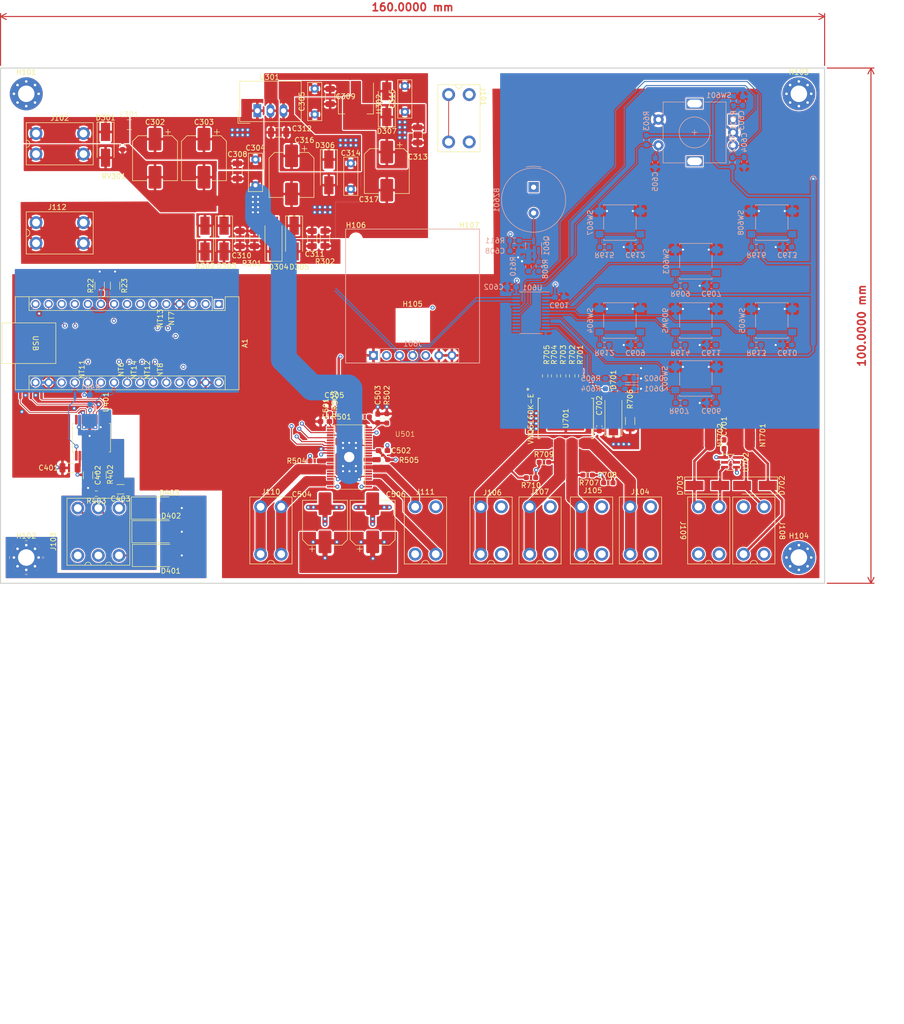
<source format=kicad_pcb>
(kicad_pcb (version 20221018) (generator pcbnew)
  (layers (0 "F.Cu" signal) (1 "In1.Cu" power) (2 "In2.Cu" power) (31 "B.Cu" signal) (34 "B.Paste" user) (35 "F.Paste" user) (36 "B.SilkS" user "B.Silkscreen") (37 "F.SilkS" user "F.Silkscreen") (38 "B.Mask" user) (39 "F.Mask" user) (44 "Edge.Cuts" user))
  (net 0 "")
  (net 1 "+3.3V")
  (net 2 "Net-(BZ601-+)")
  (net 3 "/PSU/+24V_IN")
  (net 4 "/PSU/24V_GND_IN")
  (net 5 "+24V")
  (net 6 "GNDPWR")
  (net 7 "+5V")
  (net 8 "GND")
  (net 9 "Earth")
  (net 10 "Net-(U401-VDD)")
  (net 11 "/TemperatureReader/T_AGND")
  (net 12 "/TemperatureReader/PT100_-IN")
  (net 13 "/TemperatureReader/PT100_+IN")
  (net 14 "Net-(U501-OSCM)")
  (net 15 "Net-(U501-VREF)")
  (net 16 "/ui/ENCODER_A")
  (net 17 "/ui/ENCODER_B")
  (net 18 "/ui/ENCODER_SW")
  (net 19 "/ui/BTN_UP")
  (net 20 "/ui/BTN_DOWN")
  (net 21 "/ui/BTN_LEFT")
  (net 22 "/ui/BTN_RIGHT")
  (net 23 "/ui/BTN_SELECT")
  (net 24 "/ui/BTN_RET")
  (net 25 "/ui/BTN_RESET")
  (net 26 "/TemperatureReader/PT100_+OUT")
  (net 27 "Net-(D601-A)")
  (net 28 "Net-(D602-A)")
  (net 29 "Net-(D701-A)")
  (net 30 "/IO/relay_1_coil_+")
  (net 31 "/IO/relay_1_coil_-")
  (net 32 "/IO/relay_2_coil_+")
  (net 33 "/IO/relay_2_coil_-")
  (net 34 "/IO/HSS_1_OUT_+")
  (net 35 "/IO/HSS_2_OUT_+")
  (net 36 "/IO/HSS_4_OUT_+")
  (net 37 "/IO/HSS_3_OUT_+")
  (net 38 "/Fan Driver/FAN_1_OUT_+")
  (net 39 "/Fan Driver/FAN_1_OUT_-")
  (net 40 "/Fan Driver/FAN_2_OUT_+")
  (net 41 "/Fan Driver/FAN_2_OUT_-")
  (net 42 "/uC/AREF")
  (net 43 "/uC/PA3")
  (net 44 "/uC/PA2")
  (net 45 "/SCL")
  (net 46 "/SDA")
  (net 47 "/~{UI_RESET}")
  (net 48 "/HSS_1_EN")
  (net 49 "/HSS_2_EN")
  (net 50 "/HSS_3_EN")
  (net 51 "/HSS_4_EN")
  (net 52 "/RELAY_1_EN")
  (net 53 "/RELAY_2_EN")
  (net 54 "/FAN_1_EN")
  (net 55 "/FAN_2_EN")
  (net 56 "/BUZZER_PWM")
  (net 57 "/FAN_1_PWM")
  (net 58 "/FAN_2_PWM")
  (net 59 "/~{IO_INT}")
  (net 60 "/~{TMP_RDY}")
  (net 61 "/MOSI")
  (net 62 "/MISO")
  (net 63 "/SCLK")
  (net 64 "/~{CS_TEMP}")
  (net 65 "Net-(Q601-B)")
  (net 66 "/TemperatureReader/REFIN+")
  (net 67 "/TemperatureReader/REFIN-")
  (net 68 "Net-(R504-Pad1)")
  (net 69 "Net-(R505-Pad1)")
  (net 70 "/ui/LED_ERROR")
  (net 71 "/ui/LED_ALIVE")
  (net 72 "Net-(U701-INPUT1)")
  (net 73 "Net-(U701-INPUT2)")
  (net 74 "Net-(U701-INPUT3)")
  (net 75 "Net-(U701-INPUT4)")
  (net 76 "Net-(U701-STAT_DIS)")
  (net 100 "/uC/PA10")
  (net 101 "/uC/PA9")
  (net 103 "/uC/PA12")
  (net 104 "/uC/PB0")
  (net 105 "/uC/PB7")
  (net 106 "/uC/PB6")
  (net 107 "/uC/PB1")
  (net 108 "/uC/PF0")
  (net 109 "/uC/PF1")
  (net 110 "/uC/PA8")
  (net 111 "/uC/PA11")
  (net 112 "/uC/PB5")
  (net 113 "/uC/PB4")
  (net 114 "/uC/PB3")
  (net 115 "/uC/PA0")
  (net 116 "/uC/PA1")
  (net 117 "/uC/PA4")
  (net 118 "/uC/PA5")
  (net 119 "/uC/PA6")
  (net 120 "/uC/PA7")
  (net 121 "/uC/~{RESET}")
  (net 123 "/uC/~{INT_EMERGENCY_STOP}")
  (footprint "Resistor_SMD:R_0603_1608Metric_Pad0.98x0.95mm_HandSolder" (layer "F.Cu") (at 185 120.5 180)
    (fp_text reference "R707")
    (fp_text value "10k")
  )
  (footprint "Capacitor_THT:C_Rect_L7.2mm_W2.5mm_P5.00mm_FKS2_FKP2_MKS2_MKP2" (layer "F.Cu") (at 116.5 57.75 -90)
    (fp_text reference "C304")
    (fp_text value "0.1uF")
  )
  (footprint "Capacitor_SMD:C_0603_1608Metric_Pad1.08x0.95mm_HandSolder" (layer "F.Cu") (at 141.25 114.25)
    (fp_text reference "C502")
    (fp_text value "0.1uF")
  )
  (footprint "Diode_SMD:D_SMA_Handsoldering" (layer "F.Cu") (at 120 73.1 90)
    (fp_text reference "D304")
    (fp_text value "SBRT")
  )
  (footprint "Capacitor_SMD:C_1206_3216Metric" (layer "F.Cu") (at 113.5 73.1 90)
    (fp_text reference "C310")
    (fp_text value "0.1uF")
  )
  (footprint "Diode_SMD:D_SMB_Handsoldering" (layer "F.Cu") (at 97.2 134.6)
    (fp_text reference "D401")
    (fp_text value "SMLVT3V3")
  )
  (footprint "810_connectors_clable_to_Board:wago_2060-1452" (layer "F.Cu") (at 156 49.75 -90)
    (fp_text reference "J101")
    (fp_text value "2060-1452")
  )
  (footprint "Diode_SMD:D_SMA_Handsoldering" (layer "F.Cu") (at 142 47 90)
    (fp_text reference "D307")
    (fp_text value "SBRT")
  )
  (footprint "810_connectors_clable_to_Board:wago_2060-1453" (layer "F.Cu") (at 86 130 90)
    (fp_text reference "J103")
    (fp_text value "2060-1453")
  )
  (footprint "Diode_SMD:D_SMB_Handsoldering" (layer "F.Cu") (at 97 125.4)
    (fp_text reference "D403")
    (fp_text value "SMLVT3V3")
  )
  (footprint "Capacitor_SMD:CP_Elec_8x10.5" (layer "F.Cu") (at 97 57.5 -90)
    (fp_text reference "C302")
    (fp_text value "100uF")
  )
  (footprint "Capacitor_SMD:C_1206_3216Metric" (layer "F.Cu") (at 148 53 90)
    (fp_text reference "C313")
    (fp_text value "0.1uF")
  )
  (footprint "Package_SO:SSOP-20_5.3x7.2mm_P0.65mm" (layer "F.Cu") (at 84.65 111.75 90)
    (fp_text reference "U401")
    (fp_text value "MAX31865xAP")
  )
  (footprint "MountingHole:MountingHole_3.2mm_M3" (layer "F.Cu") (at 147 90)
    (fp_text reference "H105")
    (fp_text value "Mount")
  )
  (footprint "810_connectors_clable_to_Board:wago_2060-1452" (layer "F.Cu") (at 191.25 129.75 90)
    (fp_text reference "J104")
    (fp_text value "2060-1452")
  )
  (footprint "NetTie:NetTie-2_SMD_Pad0.5mm" (layer "F.Cu") (at 74.95 103.55 -90)
    (fp_text reference "NT1" hide)
    (fp_text value "NetTie_2")
  )
  (footprint "Resistor_SMD:R_0603_1608Metric_Pad0.98x0.95mm_HandSolder" (layer "F.Cu") (at 172.75 99.75 90)
    (fp_text reference "R705")
    (fp_text value "10k")
  )
  (footprint "Diode_SMD:D_SMA_Handsoldering" (layer "F.Cu") (at 110.4 73.1 -90)
    (fp_text reference "D303")
    (fp_text value "SBRT")
  )
  (footprint "Resistor_SMD:R_0603_1608Metric_Pad0.98x0.95mm_HandSolder" (layer "F.Cu") (at 141.25 116)
    (fp_text reference "R505")
    (fp_text value "0.22R")
  )
  (footprint "Capacitor_SMD:C_1206_3216Metric" (layer "F.Cu") (at 127.5 73.1 90)
    (fp_text reference "C311")
    (fp_text value "0.1uF")
  )
  (footprint "Capacitor_THT:C_Rect_L7.2mm_W2.5mm_P5.00mm_FKS2_FKP2_MKS2_MKP2" (layer "F.Cu") (at 128 44 -90)
    (fp_text reference "C305")
    (fp_text value "0.1uF")
  )
  (footprint "NetTie:NetTie-2_SMD_Pad0.5mm" (layer "F.Cu") (at 81.4 88.4 -90)
    (fp_text reference "NT9" hide)
    (fp_text value "NetTie_2")
  )
  (footprint "810_connectors_clable_to_Board:wago_2060-1452" (layer "F.Cu") (at 171.75 129.75 90)
    (fp_text reference "J107")
    (fp_text value "2060-1452")
  )
  (footprint "810_connectors_clable_to_Board:wago_2060-1452" (layer "F.Cu") (at 119.5 129.75 90)
    (fp_text reference "J110")
    (fp_text value "2060-1452")
  )
  (footprint "Diode_SMD:D_SMA_Handsoldering" (layer "F.Cu") (at 213.475 121.025 180)
    (fp_text reference "D702")
    (fp_text value "SBRT")
  )
  (footprint "Resistor_SMD:R_1206_3216Metric" (layer "F.Cu") (at 89.25 82.25 -90)
    (fp_text reference "R23")
    (fp_text value "4k7")
  )
  (footprint "810_connectors_clable_to_Board:wago_2060-1452" (layer "F.Cu") (at 78.5 54.7)
    (fp_text reference "J102")
    (fp_text value "2060-1452")
  )
  (footprint "Capacitor_SMD:CP_Elec_8x10.5" (layer "F.Cu") (at 142 60 -90)
    (fp_text reference "C317")
    (fp_text value "100uF")
  )
  (footprint "NetTie:NetTie-2_SMD_Pad0.5mm" (layer "F.Cu") (at 84 98.5 90)
    (fp_text reference "NT11")
    (fp_text value "NetTie_2")
  )
  (footprint "Capacitor_SMD:C_0603_1608Metric_Pad1.08x0.95mm_HandSolder" (layer "F.Cu") (at 131.8 105 180)
    (fp_text reference "C505")
    (fp_text value "0.1uF")
  )
  (footprint "Capacitor_THT:C_Rect_L7.2mm_W2.5mm_P5.00mm_FKS2_FKP2_MKS2_MKP2" (layer "F.Cu") (at 145.5 48.5 90)
    (fp_text reference "C315")
    (fp_text value "0.1uF")
  )
  (footprint "020_SMD_Inductors:2520" (layer "F.Cu") (at 92 51)
    (fp_text reference "L301")
    (fp_text value "470nH")
  )
  (footprint "Diode_SMD:D_SMA_Handsoldering" (layer "F.Cu") (at 186 107 90)
    (fp_text reference "D701")
    (fp_text value "RSFJL")
  )
  (footprint "Diode_SMD:D_SMA_Handsoldering" (layer "F.Cu") (at 87.4 54.9 -90)
    (fp_text reference "D301")
    (fp_text value "SBRT")
  )
  (footprint "NetTie:NetTie-2_SMD_Pad0.5mm" (layer "F.Cu") (at 96.8 88.6 -90)
    (fp_text reference "NT13")
    (fp_text value "NetTie_2")
  )
  (footprint "Capacitor_SMD:CP_Elec_8x10.5" (layer "F.Cu") (at 139.25 128.25 90)
    (fp_text reference "C506")
    (fp_text value "100uF")
  )
  (footprint "NetTie:NetTie-2_SMD_Pad0.5mm" (layer "F.Cu") (at 89 87.5 -90)
    (fp_text reference "NT15" hide)
    (fp_text value "NetTie_2")
  )
  (footprint "Capacitor_SMD:C_1206_3216Metric" (layer "F.Cu") (at 113 60 90)
    (fp_text reference "C308")
    (fp_text value "0.1uF")
  )
  (footprint "Resistor_SMD:R_0603_1608Metric_Pad0.98x0.95mm_HandSolder" (layer "F.Cu") (at 137.7 107.7 180)
    (fp_text reference "R501")
    (fp_text value "10k")
  )
  (footprint "Diode_SMD:D_SMA_Handsoldering" (layer "F.Cu") (at 130.75 60.25 -90)
    (fp_text reference "D306")
    (fp_text value "SBRT")
  )
  (footprint "NetTie:NetTie-2_SMD_Pad0.5mm" (layer "F.Cu") (at 83.05 118.95 180)
    (fp_text reference "NT401" hide)
    (fp_text value "NetTie_2")
  )
  (footprint "NetTie:NetTie-2_SMD_Pad0.5mm" (layer "F.Cu") (at 96.7 98.6 90)
    (fp_text reference "NT12")
    (fp_text value "NetTie_2")
  )
  (footprint "Resistor_SMD:R_0603_1608Metric_Pad0.98x0.95mm_HandSolder" (layer "F.Cu") (at 90.7 54.9 -90)
    (fp_text reference "RV301")
    (fp_text value "AVR")
  )
  (footprint "NetTie:NetTie-2_SMD_Pad0.5mm" (layer "F.Cu") (at 72.9 103.55 -90)
    (fp_text reference "NT3" hide)
    (fp_text value "NetTie_2")
  )
  (footprint "NetTie:NetTie-2_SMD_Pad0.5mm" (layer "F.Cu") (at 99.2 98.6 90)
    (fp_text reference "NT8")
    (fp_text value "NetTie_2")
  )
  (footprint "Capacitor_SMD:CP_Elec_8x10.5" (layer "F.Cu") (at 123.5 60.75 -90)
    (fp_text reference "C316")
    (fp_text value "100uF")
  )
  (footprint "Capacitor_SMD:C_0603_1608Metric_Pad1.08x0.95mm_HandSolder" (layer "F.Cu") (at 207.475 113.025 -90)
    (fp_text reference "C701")
    (fp_text value "0.1uF")
  )
  (footprint "Resistor_SMD:R_0603_1608Metric_Pad0.98x0.95mm_HandSolder" (layer "F.Cu") (at 181 119)
    (fp_text reference "R708")
    (fp_text value "10k")
  )
  (footprint "Resistor_SMD:R_0603_1608Metric_Pad0.98x0.95mm_HandSolder" (layer "F.Cu") (at 85.6 122.6 180)
    (fp_text reference "R403")
    (fp_text value "10M")
  )
  (footprint "Resistor_SMD:R_0603_1608Metric_Pad0.98x0.95mm_HandSolder" (layer "F.Cu") (at 174.5 99.75 -90)
    (fp_text reference "R704")
    (fp_text value "10k")
  )
  (footprint "Resistor_SMD:R_0603_1608Metric_Pad0.98x0.95mm_HandSolder" (layer "F.Cu") (at 170 119.5)
    (fp_text reference "R710")
    (fp_text value "10k")
  )
  (footprint "810_connectors_clable_to_Board:wago_2060-1452" (layer "F.Cu") (at 162.25 129.75 90)
    (fp_text reference "J106")
    (fp_text value "2060-1452")
  )
  (footprint "Capacitor_SMD:C_1206_3216Metric" (layer "F.Cu") (at 80.5 117.6)
    (fp_text reference "C401")
    (fp_text value "0.1uF")
  )
  (footprint "Capacitor_SMD:CP_Elec_8x10.5" (layer "F.Cu") (at 106.5 57.5 -90)
    (fp_text reference "C303")
    (fp_text value "100uF")
  )
  (footprint "Capacitor_SMD:C_0603_1608Metric_Pad1.08x0.95mm_HandSolder" (layer "F.Cu") (at 183.25 109.5 -90)
    (fp_text reference "C702")
    (fp_text value "0.1uF")
  )
  (footprint "Resistor_SMD:R_1206_3216Metric" (layer "F.Cu") (at 130 73.0625 -90)
    (fp_text reference "R302")
    (fp_text value "10M")
  )
  (footprint "Resistor_SMD:R_1206_3216Metric" (layer "F.Cu") (at 189.25 108.5 -90)
    (fp_text reference "R706")
    (fp_text value "0R")
  )
  (footprint "MountingHole:MountingHole_3.2mm_M3_Pad_Via" (layer "F.Cu") (at 72 45)
    (fp_text reference "H101")
    (fp_text value "Mount")
  )
  (footprint "Capacitor_SMD:C_0603_1608Metric_Pad1.08x0.95mm_HandSolder" (layer "F.Cu") (at 130 108.6 180)
    (fp_text reference "C501")
    (fp_text value "270pF")
  )
  (footprint "MountingHole:MountingHole_3.2mm_M3_Pad_Via" (layer "F.Cu") (at 222 135)
    (fp_text reference "H104")
    (fp_text value "Mount")
  )
  (footprint "MountingHole:MountingHole_2.2mm_M2_ISO7380" (layer "F.Cu") (at 158 73.25)
    (fp_text reference "H107")
    (fp_text value "LCD_Mount")
  )
  (footprint "Package_TO_SOT_SMD:SOT-223-3_TabPin2" (layer "F.Cu") (at 136 47 -90)
    (fp_text reference "U302")
    (fp_text value "LD1117S33TR_SOT223")
  )
  (footprint "Resistor_SMD:R_1206_3216Metric" (layer "F.Cu") (at 86.6 119 90)
    (fp_text reference "R402")
    (fp_text value "402")
  )
  (footprint "810_connectors_clable_to_Board:wago_2060-1452" (layer "F.Cu") (at 149.5 129.75 90)
    (fp_text reference "J111")
    (fp_text value "2060-1452")
  )
  (footprint "Diode_SMD:D_SMA_Handsoldering" (layer "F.Cu") (at 106.7 73.1 90)
    (fp_text reference "D302")
    (fp_text value "SBRT")
  )
  (footprint "Capacitor_SMD:CP_Elec_8x10.5" (layer "F.Cu") (at 130 128.25 90)
    (fp_text reference "C504")
    (fp_text value "100uF")
  )
  (footprint "MountingHole:MountingHole_3.2mm_M3_Pad_Via" (layer "F.Cu") (at 72 135)
    (fp_text reference "H102")
    (fp_text value "Mount")
  )
  (footprint "Module:Arduino_Nano" (layer "F.Cu") (at 109.36 85.79 -90)
    (fp_text reference "A1")
    (fp_text value "NUCLEO_STM32F042K6")
  )
  (footprint "Capacitor_THT:C_Rect_L7.2mm_W2.5mm_P5.00mm_FKS2_FKP2_MKS2_MKP2" (layer "F.Cu") (at 135 58.5 -90)
    (fp_text reference "C314")
    (fp_text value "0.1uF")
  )
  (footprint "810_connectors_clable_to_Board:wago_2060-1452" (layer "F.Cu") (at 181.75 129.75 90)
    (fp_text reference "J105")
    (fp_text value "2060-1452")
  )
  (footprint "Diode_SMD:D_SMA_Handsoldering" (layer "F.Cu") (at 124 73.1 -90)
    (fp_text reference "D305")
    (fp_text value "SBRT")
  )
  (footprint "350_power_driver_motor_dc:HTSSOP48" (layer "F.Cu") (at 134.75 115.5)
    (fp_text reference "U501")
    (fp_text value "TB67H400AFNG")
  )
  (footprint "Capacitor_SMD:C_1206_3216Metric" (layer "F.Cu") (at 131 45.525 90)
    (fp_text reference "C309")
    (fp_text value "0.1uF")
  )
  (footprint "NetTie:NetTie-2_SMD_Pad2.0mm" (layer "F.Cu") (at 109 65.75)
    (fp_text reference "NT301" hide)
    (fp_text value "NetTie_2")
  )
  (footprint "NetTie:NetTie-2_SMD_Pad2.0mm" (layer "F.Cu") (at 212.475 111.275 -90)
    (fp_text reference "NT701")
    (fp_text value "NetTie_2")
  )
  (footprint "NetTie:NetTie-2_SMD_Pad0.5mm" (layer "F.Cu") (at 99 88.6 -90)
    (fp_text reference "NT7")
    (fp_text value "NetTie_2")
  )
  (footprint "NetTie:NetTie-2_SMD_Pad0.5mm" (layer "F.Cu") (at 94.1 98.6 90)
    (fp_text reference "NT14")
    (fp_text value "NetTie_2")
  )
  (footprint "Resistor_SMD:R_0603_1608Metric_Pad0.98x0.95mm_HandSolder" (layer "F.Cu") (at 142 108 -90)
    (fp_text reference "R502")
    (fp_text value "10k")
  )
  (footprint "Resistor_SMD:R_0603_1608Metric_Pad0.98x0.95mm_HandSolder" (layer "F.Cu") (at 179.75 99.75 -90)
    (fp_text reference "R701")
    (fp_text value "10k")
  )
  (footprint "NetTie:NetTie-2_SMD_Pad0.5mm" (layer "F.Cu") (at 79 88.4 -90)
    (fp_text reference "NT10" hide)
    (fp_text value "NetTie_2")
  )
  (footprint "810_connectors_clable_to_Board:wago_2060-1452" (layer "F.Cu") (at 204.5 129.75 90)
    (fp_text reference "J109")
    (fp_text value "2060-1452")
  )
  (footprint "Diode_SMD:D_SMA_Handsoldering" (layer "F.Cu") (at 204.225 121.025)
    (fp_text reference "D703")
    (fp_text value "SBRT")
  )
  (footprint "NetTie:NetTie-2_SMD_Pad0.5mm" (layer "F.Cu") (at 91.6 98.5 90)
    (fp_text reference "NT6")
    (fp_text value "NetTie_2")
  )
  (footprint "Resistor_SMD:R_0603_1608Metric_Pad0.98x0.95mm_HandSolder" (layer "F.Cu") (at 128 116.25 180)
    (fp_text reference "R504")
    (fp_text value "0.22R")
  )
  (footprint "NetTie:NetTie-2_SMD_Pad0.5mm" (layer "F.Cu") (at 70.85 103.55 -90)
    (fp_text reference "NT2" hide)
    (fp_text value "NetTie_2")
  )
  (footprint "810_connectors_clable_to_Board:wago_2060-1452" (layer "F.Cu") (at 213.25 129.75 90)
    (fp_text reference "J108")
    (fp_text value "2060-1452")
  )
  (footprint "Capacitor_SMD:C_1206_3216Metric" (layer "F.Cu") (at 121 52.5)
    (fp_text reference "C312")
    (fp_text value "0.1uF")
  )
  (footprint "Diode_SMD:D_SMB_Handsoldering" (layer "F.Cu") (at 97.1 130)
    (fp_text reference "D402")
    (fp_text value "SMLVT3V3")
  )
  (footprint "Capacitor_SMD:C_0603_1608Metric_Pad1.08x0.95mm_HandSolder" (layer "F.Cu") (at 140.25 108 90)
    (fp_text reference "C503")
    (fp_text value "0.1uF")
  )
  (footprint "810_connectors_clable_to_Board:wago_2060-1452" (layer "F.Cu") (at 78.5 72)
    (fp_text reference "J112")
    (fp_text value "2060-1452")
  )
  (footprint "Resistor_SMD:R_1206_3216Metric" (layer "F.Cu") (at 86.25 82.25 -90)
    (fp_text reference "R22")
    (fp_text value "4k7")
  )
  (footprint "NetTie:NetTie-2_SMD_Pad0.5mm" (layer "F.Cu") (at 84.3 110.2 -90)
    (fp_text reference "NT402" hide)
    (fp_text value "NetTie_2")
  )
  (footprint "Resistor_SMD:R_0603_1608Metric_Pad0.98x0.95mm_HandSolder" (layer "F.Cu") (at 172.5 116.5 180)
    (fp_text reference "R709")
    (fp_text value "10k")
  )
  (footprint "Capacitor_SMD:C_1206_3216Metric" (layer "F.Cu") (at 84 119.025 -90)
    (fp_text reference "C402")
    (fp_text value "0.1uF")
  )
  (footprint "NetTie:NetTie-2_SMD_Pad2.0mm" (layer "F.Cu") (at 204.725 111.275 -90)
    (fp_text reference "NT702")
    (fp_text value "NetTie_2")
  )
  (footprint "Resistor_SMD:R_0603_1608Metric_Pad0.98x0.95mm_HandSolder" (layer "F.Cu") (at 131.8 107.1)
    (fp_text reference "R503")
    (fp_text value "5.1K")
  )
  (footprint "Converter_DCDC:Converter_DCDC_TRACO_TSR-1_THT" (layer "F.Cu") (at 116.8675 48.2825)
    (fp_text reference "U301")
    (fp_text value "TSR_1-2450")
  )
  (footprint "Resistor_SMD:R_0603_1608Metric_Pad0.98x0.95mm_HandSolder" (layer "F.Cu") (at 176.25 99.75 -90)
    (fp_text reference "R703")
    (fp_text value "10k")
  )
  (footprint "Package_SO:SC-74-6_1.5x2.9mm_P0.95mm" (layer "F.Cu") (at 208.725 116.525)
    (fp_text reference "U702")
    (fp_text value "SZNUD3124DMT1G")
  )
  (footprint "190_active_high_side_switches:VNQ5160K-E" (layer "F.Cu") (at 176.75 108 -90)
    (fp_text reference "U701")
    (fp_text value "VNQ5160K-E")
  )
  (footprint "Resistor_SMD:R_0603_1608Metric_Pad0.98x0.95mm_HandSolder" (layer "F.Cu") (at 178 99.75 -90)
    (fp_text reference "R702")
    (fp_text value "10k")
  )
  (footprint "MountingHole:MountingHole_3.2mm_M3_Pad_Via" (layer "F.Cu") (at 222 45)
    (fp_text reference "H103")
    (fp_text value "Mount")
  )
  (footprint "Resistor_SMD:R_1206_3216Metric" (layer "F.Cu") (at 116.3 73.1 -90)
    (fp_text reference "R301")
    (fp_text value "10M")
  )
  (footprint "MountingHole:MountingHole_2.2mm_M2_ISO7380" (layer "F.Cu") (at 136 73.25)
    (fp_text reference "H106")
    (fp_text value "LCD_Mount")
  )
  (footprint "Capacitor_SMD:C_1206_3216Metric" (layer "F.Cu") (at 90.3 121.75 180)
    (fp_text reference "C403")
    (fp_text value "10n")
  )
  (footprint "Capacitor_SMD:C_0603_1608Metric_Pad1.08x0.95mm_HandSolder" (layer "B.Cu") (at 211.1 46.4 90)
    (fp_text reference "C603")
    (fp_text value "0.1uF")
  )
  (footprint "Capacitor_SMD:C_0603_1608Metric_Pad1.08x0.95mm_HandSolder" (layer "B.Cu") (at 205 105 180)
    (fp_text reference "C606")
    (fp_text value "0.1uF")
  )
  (footprint "NetTie:NetTie-2_SMD_Pad0.5mm" (layer "B.Cu") (at 87.75 83.75 90)
    (fp_text reference "NT5" hide)
    (fp_text value "NetTie_2")
  )
  (footprint "Capacitor_SMD:C_0603_1608Metric_Pad1.08x0.95mm_HandSolder" (layer "B.Cu") (at 175.5 84.5)
    (fp_text reference "C601")
    (fp_text value "0.1uF")
  )
  (footprint "Resistor_SMD:R_0603_1608Metric_Pad0.98x0.95mm_HandSolder" (layer "B.Cu") (at 171.5 78.5 90)
    (fp_text reference "R608")
    (fp_text value "1k")
  )
  (footprint "Resistor_SMD:R_0603_1608Metric_Pad0.98x0.95mm_HandSolder" (layer "B.Cu") (at 166.75 73.5)
    (fp_text reference "R611")
    (fp_text value "1k")
  )
  (footprint "Capacitor_SMD:C_0603_1608Metric_Pad1.08x0.95mm_HandSolder" (layer "B.Cu") (at 190.25 74.75 180)
    (fp_text reference "C612")
    (fp_text value "0.1uF")
  )
  (footprint "Capacitor_SMD:C_0603_1608Metric_Pad1.08x0.95mm_HandSolder" (layer "B.Cu") (at 219.75 93.75 180)
    (fp_text reference "C610")
    (fp_text value "0.1uF")
  )
  (footprint "Capacitor_SMD:C_0603_1608Metric_Pad1.08x0.95mm_HandSolder" (layer "B.Cu") (at 205 93.75 180)
    (fp_text reference "C611")
    (fp_text value "0.1uF")
  )
  (footprint "Capacitor_SMD:C_0603_1608Metric_Pad1.08x0.95mm_HandSolder" (layer "B.Cu") (at 190.25 93.75 180)
    (fp_text reference "C609")
    (fp_text value "0.1uF")
  )
  (footprint "Resistor_SMD:R_0603_1608Metric_Pad0.98x0.95mm_HandSolder" (layer "B.Cu") (at 213.75 74.75)
    (fp_text reference "R616")
    (fp_text value "10k")
  )
  (footprint "Button_Switch_SMD:SW_SPST_B3S-1000" (layer "B.Cu") (at 202 77.5 180)
    (fp_text reference "SW603")
    (fp_text value "SW_DOWN")
  )
  (footprint "Button_Switch_SMD:SW_SPST_B3S-1000" (layer "B.Cu") (at 202 89 180)
    (fp_text reference "SW606")
    (fp_text value "SW_SELECT")
  )
  (footprint "Capacitor_SMD:C_0603_1608Metric_Pad1.08x0.95mm_HandSolder" (layer "B.Cu") (at 211.4 58.2 -90)
    (fp_text reference "C604")
    (fp_text value "0.1uF")
  )
  (footprint "Resistor_SMD:R_0603_1608Metric_Pad0.98x0.95mm_HandSolder" (layer "B.Cu") (at 192.4 54 90)
    (fp_text reference "R603")
    (fp_text value "10k")
  )
  (footprint "Resistor_SMD:R_0603_1608Metric_Pad0.98x0.95mm_HandSolder" (layer "B.Cu") (at 185.35625 100.25)
    (fp_text reference "R605")
    (fp_text value "4.7K")
  )
  (footprint "Capacitor_SMD:C_0603_1608Metric_Pad1.08x0.95mm_HandSolder" (layer "B.Cu") (at 166.75 75.5)
    (fp_text reference "C608")
    (fp_text value "0.1uF")
  )
  (footprint "Resistor_SMD:R_0603_1608Metric_Pad0.98x0.95mm_HandSolder" (layer "B.Cu") (at 209.1 58.3 90)
    (fp_text reference "R602")
    (fp_text value "10k")
  )
  (footprint "Package_SO:TSSOP-24_4.4x7.8mm_P0.65mm" (layer "B.Cu") (at 170 87.5 180)
    (fp_text reference "U601")
    (fp_text value "PI4IOE5V6416")
  )
  (footprint "NetTie:NetTie-2_SMD_Pad0.5mm" (layer "B.Cu") (at 81.45 103.55 -90)
    (fp_text reference "NT16" hide)
    (fp_text value "NetTie_2")
  )
  (footprint "Resistor_SMD:R_0603_1608Metric_Pad0.98x0.95mm_HandSolder" (layer "B.Cu") (at 213.75 93.75)
    (fp_text reference "R613")
    (fp_text value "10k")
  )
  (footprint "Package_TO_SOT_SMD:SOT-23" (layer "B.Cu") (at 170.5 74.5 90)
    (fp_text reference "Q601")
    (fp_text value "BC848")
  )
  (footprint "Button_Switch_SMD:SW_SPST_B3S-1000" (layer "B.Cu") (at 187.25 89 180)
    (fp_text reference "SW604")
    (fp_text value "SW_LEFT")
  )
  (footprint "Resistor_SMD:R_0603_1608Metric_Pad0.98x0.95mm_HandSolder" (layer "B.Cu") (at 169.5 78.5 -90)
    (fp_text reference "R610")
    (fp_text value "10k")
  )
  (footprint "Connector_PinSocket_2.54mm:PinSocket_1x07_P2.54mm_Vertical" (layer "B.Cu") (at 139.4 95.775 -90)
    (fp_text reference "J601")
    (fp_text value "LCD_HEADER")
  )
  (footprint "Button_Switch_SMD:SW_SPST_B3S-1000" (layer "B.Cu") (at 216.75 89 180)
    (fp_text reference "SW605")
    (fp_text value "SW_RIGHT")
  )
  (footprint "Button_Switch_SMD:SW_SPST_B3S-1000" (layer "B.Cu") (at 216.75 70 180)
    (fp_text reference "SW608")
    (fp_text value "SW_RESET")
  )
  (footprint "LED_SMD:LED_0603_1608Metric_Pad1.05x0.95mm_HandSolder" (layer "B.Cu") (at 189.10625 100.25 180)
    (fp_text reference "D602")
    (fp_text value "GREEN")
  )
  (footprint "Capacitor_SMD:C_0603_1608Metric_Pad1.08x0.95mm_HandSolder" (layer "B.Cu") (at 166.25 82.5 180)
    (fp_text reference "C602")
    (fp_text value "0.1uF")
  )
  (footprint "NetTie:NetTie-2_SMD_Pad0.5mm" (layer "B.Cu") (at 87.35 103.45 180)
    (fp_text reference "NT17" hide)
    (fp_text value "NetTie_2")
  )
  (footprint "Capacitor_SMD:C_0603_1608Metric_Pad1.08x0.95mm_HandSolder" (layer "B.Cu") (at 219.75 74.75 180)
    (fp_text reference "C613")
    (fp_text value "0.1uF")
  )
  (footprint "LED_SMD:LED_0603_1608Metric_Pad1.05x0.95mm_HandSolder" (layer "B.Cu") (at 189.10625 102.25 180)
    (fp_text reference "D601")
    (fp_text value "RED")
  )
  (footprint "Resistor_SMD:R_0603_1608Metric_Pad0.98x0.95mm_HandSolder" (layer "B.Cu") (at 209.3 46.4 90)
    (fp_text reference "R601")
    (fp_text value "10k")
  )
  (footprint "Resistor_SMD:R_0603_1608Metric_Pad0.98x0.95mm_HandSolder" (layer "B.Cu") (at 184.25 74.75)
    (fp_text reference "R615")
    (fp_text value "10k")
  )
  (footprint "Resistor_SMD:R_0603_1608Metric_Pad0.98x0.95mm_HandSolder" (layer "B.Cu") (at 184.25 93.75)
    (fp_text reference "R612")
    (fp_text value "10k")
  )
  (footprint "Resistor_SMD:R_0603_1608Metric_Pad0.98x0.95mm_HandSolder" (layer "B.Cu") (at 185.35625 102.25)
    (fp_text reference "R604")
    (fp_text value "4.7K")
  )
  (footprint "Capacitor_SMD:C_0603_1608Metric_Pad1.08x0.95mm_HandSolder" (layer "B.Cu") (at 205 82.25 180)
    (fp_text reference "C607")
    (fp_text value "0.1uF")
  )
  (footprint "Button_Switch_SMD:SW_SPST_B3S-1000" (layer "B.Cu") (at 187.25 70 180)
    (fp_text reference "SW607")
    (fp_text value "SW_RET")
  )
  (footprint "Buzzer_Beeper:Buzzer_TDK_PS1240P02BT_D12.2mm_H6.5mm" (layer "B.Cu") (at 170.5 63.129215 -90)
    (fp_text reference "BZ601")
    (fp_text value "Buzzer")
  )
  (footprint "Rotary_Encoder:RotaryEncoder_Alps_EC11E-Switch_Vertical_H20mm" (layer "B.Cu") (at 209.25 50 180)
    (fp_text reference "SW601")
    (fp_text value "RotaryEncoder_Switch")
  )
  (footprint "NetTie:NetTie-2_SMD_Pad0.5mm" (layer "B.Cu") (at 86.5 83.75 90)
    (fp_text reference "NT4" hide)
    (fp_text value "NetTie_2")
  )
  (footprint "Button_Switch_SMD:SW_SPST_B3S-1000" (layer "B.Cu") (at 202 100.25 180)
    (fp_text reference "SW602")
    (fp_text value "SW_UP")
  )
  (footprint "Resistor_SMD:R_0603_1608Metric_Pad0.98x0.95mm_HandSolder" (layer "B.Cu") (at 84.4 104.35 90)
    (fp_text reference "R401")
    (fp_text value "10k")
  )
  (footprint "Resistor_SMD:R_0603_1608Metric_Pad0.98x0.95mm_HandSolder" (layer "B.Cu") (at 199 105)
    (fp_text reference "R607")
    (fp_text value "10k")
  )
  (footprint "Resistor_SMD:R_0603_1608Metric_Pad0.98x0.95mm_HandSolder" (layer "B.Cu") (at 199 93.75)
    (fp_text reference "R614")
    (fp_text value "10k")
  )
  (footprint "Capacitor_SMD:C_0603_1608Metric_Pad1.08x0.95mm_HandSolder" (layer "B.Cu") (at 194.1 58.3 -90)
    (fp_text reference "C605")
    (fp_text value "0.1uF")
  )
  (footprint "Resistor_SMD:R_0603_1608Metric_Pad0.98x0.95mm_HandSolder" (layer "B.Cu") (at 199 82.25)
    (fp_text reference "R609")
    (fp_text value "10k")
  )
  (gr_rect (start 134 71.25) (end 160 97.25) (stroke (width 0.15)) (fill none) (layer "B.SilkS"))
  (gr_line (start 67 40) (end 227 40) (stroke (width 0.2)) (layer "Edge.Cuts"))
  (gr_line (start 227 140) (end 67 140) (stroke (width 0.2)) (layer "Edge.Cuts"))
  (gr_line (start 227 40) (end 227 140) (stroke (width 0.2)) (layer "Edge.Cuts"))
  (gr_line (start 67 140) (end 67 40) (stroke (width 0.2)) (layer "Edge.Cuts"))
  (dimension (type aligned) (layer "F.Cu") (pts (xy 227 40) (xy 227 140)) (height -9) (gr_text "100.0000 mm" (at 234.2 90 90) (layer "F.Cu") (effects (font (size 1.5 1.5) (thickness 0.3)))) (format (prefix "") (suffix "") (units 3) (units_format 1) (precision 4)) (style (thickness 0.2) (arrow_length 1.27) (text_position_mode 0) (extension_height 0.58642) (extension_offset 0.5) keep_text_aligned))
  (dimension (type aligned) (layer "F.Cu") (pts (xy 67 40) (xy 227 40)) (height -10) (gr_text "160.0000 mm" (at 147 28.2) (layer "F.Cu") (effects (font (size 1.5 1.5) (thickness 0.3)))) (format (prefix "") (suffix "") (units 3) (units_format 1) (precision 4)) (style (thickness 0.2) (arrow_length 1.27) (text_position_mode 0) (extension_height 0.58642) (extension_offset 0.5) keep_text_aligned))
  (segment (start 175.25 99) (end 175.2 99) (width 0.15) (layer "F.Cu") (net 0))
  (segment (start 175.2 99) (end 175.2 98.8375) (width 0.15) (layer "F.Cu") (net 0))
  (segment (start 82.375 115.25) (end 82.375 117.2) (width 0.4) (layer "F.Cu") (net 1))
  (segment (start 82.375 117.2) (end 81.975 117.6) (width 0.4) (layer "F.Cu") (net 1))
  (segment (start 89.25 80.7875) (end 89.25 79.5) (width 0.4) (layer "F.Cu") (net 1))
  (segment (start 82 118.95) (end 81.95 118.9) (width 0.4) (layer "F.Cu") (net 1))
  (segment (start 86.25 80.7875) (end 86.25 79.5) (width 0.4) (layer "F.Cu") (net 1))
  (segment (start 81.975 118.875) (end 81.95 118.9) (width 0.4) (layer "F.Cu") (net 1))
  (segment (start 82.55 118.95) (end 82 118.95) (width 0.4) (layer "F.Cu") (net 1))
  (segment (start 81.975 117.6) (end 81.975 118.875) (width 0.4) (layer "F.Cu") (net 1))
  (via (at 166 72.25) (size 0.8) (drill 0.4) (layers "F.Cu" "B.Cu") (net 1))
  (via (at 167.25 81.25) (size 0.8) (drill 0.4) (layers "F.Cu" "B.Cu") (net 1))
  (via (at 86.25 79.5) (size 0.8) (drill 0.4) (layers "F.Cu" "B.Cu") (net 1))
  (via (at 89.25 79.5) (size 0.8) (drill 0.4) (layers "F.Cu" "B.Cu") (net 1))
  (via (at 144.5 50.5) (size 0.8) (drill 0.4) (layers "F.Cu" "B.Cu") (net 1))
  (via (at 224.8 61.5) (size 0.8) (drill 0.4) (layers "F.Cu" "B.Cu") (net 1))
  (via (at 144.5 52.5) (size 0.8) (drill 0.4) (layers "F.Cu" "B.Cu") (net 1))
  (via (at 145.5 50.5) (size 0.8) (drill 0.4) (layers "F.Cu" "B.Cu") (net 1))
  (via (at 174.75 82) (size 0.8) (drill 0.4) (layers "F.Cu" "B.Cu") (net 1))
  (via (at 144.5 51.5) (size 0.8) (drill 0.4) (layers "F.Cu" "B.Cu") (net 1))
  (via (at 81.95 118.9) (size 0.8) (drill 0.4) (layers "F.Cu" "B.Cu") (net 1))
  (via (at 145.5 52.5) (size 0.8) (drill 0.4) (layers "F.Cu" "B.Cu") (net 1))
  (via (at 145.5 51.5) (size 0.8) (drill 0.4) (layers "F.Cu" "B.Cu") (net 1))
  (via (at 83.3 103.45) (size 0.8) (drill 0.4) (layers "F.Cu" "B.Cu") (net 1))
  (via (at 145.5 53.5) (size 0.8) (drill 0.4) (layers "F.Cu" "B.Cu") (net 1))
  (via (at 144.5 53.5) (size 0.8) (drill 0.4) (layers "F.Cu" "B.Cu") (net 1))
  (segment (start 199.9125 82.25) (end 199.9125 83.0625) (width 0.4) (layer "B.Cu") (net 1))
  (segment (start 201.7875 53.0875) (end 205.2875 53.0875) (width 0.4) (layer "B.Cu") (net 1))
  (segment (start 165.8375 72.4125) (end 166 72.25) (width 0.4) (layer "B.Cu") (net 1))
  (segment (start 206.8125 45.4875) (end 205.3 47) (width 0.4) (layer "B.Cu") (net 1))
  (segment (start 167.1125 82.5) (end 167.1125 81.3875) (width 0.4) (layer "B.Cu") (net 1))
  (segment (start 165.8375 73.5) (end 165.8375 72.4125) (width 0.4) (layer "B.Cu") (net 1))
  (segment (start 223.9 95.8) (end 224.8 94.9) (width 0.4) (layer "B.Cu") (net 1))
  (segment (start 200.9 84.05) (end 200.95 84) (width 0.4) (layer "B.Cu") (net 1))
  (segment (start 214.6625 76.6625) (end 215.9 77.9) (width 0.4) (layer "B.Cu") (net 1))
  (segment (start 212.1 64.8) (end 224.8 64.8) (width 0.4) (layer "B.Cu") (net 1))
  (segment (start 185.1625 93.75) (end 185.15 93.7625) (width 0.4) (layer "B.Cu") (net 1))
  (segment (start 224.8 94.9) (end 224.8 93.5) (width 0.4) (layer "B.Cu") (net 1))
  (segment (start 205.3 53.1) (end 205.3 56.6) (width 0.4) (layer "B.Cu") (net 1))
  (segment (start 167.1125 82.5) (end 167.1125 83.9) (width 0.4) (layer "B.Cu") (net 1))
  (segment (start 224.8 84) (end 224.8 93.5) (width 1) (layer "B.Cu") (net 1))
  (segment (start 214.6625 95.0875) (end 214.6625 93.75) (width 0.4) (layer "B.Cu") (net 1))
  (segment (start 199.9125 93.75) (end 199.9125 95.7875) (width 0.4) (layer "B.Cu") (net 1))
  (segment (start 174.5625 84.575) (end 174.6375 84.5) (width 0.4) (layer "B.Cu") (net 1))
  (segment (start 213.95 95.8) (end 223.9 95.8) (width 0.4) (layer "B.Cu") (net 1))
  (segment (start 224.8 63.3) (end 224.8 64.8) (width 1) (layer "B.Cu") (net 1))
  (segment (start 224.8 65.7) (end 224.8 77.6) (width 1) (layer "B.Cu") (net 1))
  (segment (start 200.95 84) (end 224.8 84) (width 0.4) (layer "B.Cu") (net 1))
  (segment (start 205.3 58) (end 206.5125 59.2125) (width 0.4) (layer "B.Cu") (net 1))
  (segment (start 192.4 53.0875) (end 201.7875 53.0875) (width 0.4) (layer "B.Cu") (net 1))
  (segment (start 174.6375 84.5) (end 174.6375 82.1125) (width 0.4) (layer "B.Cu") (net 1))
  (segment (start 205.3 56.6) (end 205.3 58) (width 0.4) (layer "B.Cu") (net 1))
  (segment (start 199.9125 83.0625) (end 200.9 84.05) (width 0.4) (layer "B.Cu") (net 1))
  (segment (start 165.8875 73.55) (end 165.8375 73.5) (width 0.4) (layer "B.Cu") (net 1))
  (segment (start 199.9 95.8) (end 213.95 95.8) (width 0.4) (layer "B.Cu") (net 1))
  (segment (start 186.45 95.8) (end 199.9 95.8) (width 0.4) (layer "B.Cu") (net 1))
  (segment (start 167.1125 81.3875) (end 167.25 81.25) (width 0.4) (layer "B.Cu") (net 1))
  (segment (start 83.3 103.45) (end 84.3875 103.45) (width 0.5) (layer "B.Cu") (net 1))
  (segment (start 209.1 61.8) (end 212.1 64.8) (width 0.4) (layer "B.Cu") (net 1))
  (segment (start 224.8 93.8) (end 224.8 93.5) (width 0.3) (layer "B.Cu") (net 1))
  (segment (start 174.6375 82.1125) (end 174.75 82) (width 0.4) (layer "B.Cu") (net 1))
  (segment (start 206.5125 59.2125) (end 209.1 59.2125) (width 0.4) (layer "B.Cu") (net 1))
  (segment (start 213.95 95.8) (end 214.6625 95.0875) (width 0.4) (layer "B.Cu") (net 1))
  (segment (start 224.8 61.5) (end 224.8 63.3) (width 1) (layer "B.Cu") (net 1))
  (segment (start 209.3 45.4875) (end 206.8125 45.4875) (width 0.4) (layer "B.Cu") (net 1))
  (segment (start 199.9125 95.7875) (end 199.9 95.8) (width 0.4) (layer "B.Cu") (net 1))
  (segment (start 172.8625 84.575) (end 174.5625 84.575) (width 0.4) (layer "B.Cu") (net 1))
  (segment (start 185.15 94.5) (end 186.45 95.8) (width 0.4) (layer "B.Cu") (net 1))
  (segment (start 205.3 47) (end 205.3 53.1) (width 0.4) (layer "B.Cu") (net 1))
  (segment (start 214.6625 74.75) (end 214.6625 76.6625) (width 0.4) (layer "B.Cu") (net 1))
  (segment (start 167.1125 83.9) (end 167.1375 83.925) (width 0.4) (layer "B.Cu") (net 1))
  (segment (start 224.7 63.4) (end 224.8 63.3) (width 0.3) (layer "B.Cu") (net 1))
  (segment (start 224.8 64.8) (end 224.8 65.7) (width 1) (layer "B.Cu") (net 1))
  (segment (start 185.15 93.7625) (end 185.15 94.5) (width 0.4) (layer "B.Cu") (net 1))
  (segment (start 224.8 77.6) (end 224.8 84) (width 1) (layer "B.Cu") (net 1))
  (segment (start 205.2875 53.0875) (end 205.3 53.1) (width 0.4) (layer "B.Cu") (net 1))
  (segment (start 215.9 77.9) (end 224.5 77.9) (width 0.4) (layer "B.Cu") (net 1))
  (segment (start 84.3875 103.45) (end 84.4 103.4375) (width 0.15) (layer "B.Cu") (net 1))
  (segment (start 224.5 77.9) (end 224.8 77.6) (width 0.4) (layer "B.Cu") (net 1))
  (segment (start 165.8875 75.5) (end 165.8875 73.55) (width 0.4) (layer "B.Cu") (net 1))
  (segment (start 209.1 59.2125) (end 209.1 61.8) (width 0.4) (layer "B.Cu") (net 1))
  (segment (start 174.75 84.3875) (end 174.5625 84.575) (width 0.15) (layer "B.Cu") (net 1))
  (segment (start 170.5 68.129215) (end 170.5 73.5625) (width 0.25) (layer "B.Cu") (net 2))
  (segment (start 167.6625 73.5) (end 170.4375 73.5) (width 0.25) (layer "B.Cu") (net 2))
  (segment (start 170.4375 73.5) (end 170.5 73.5625) (width 0.25) (layer "B.Cu") (net 2))
  (segment (start 171.5875 116.5) (end 171.5875 117.4125) (width 0.4) (layer "F.Cu") (net 5))
  (segment (start 127.0875 115.3125) (end 127.1 115.3) (width 0.5) (layer "F.Cu") (net 5))
  (segment (start 170.9125 118.0875) (end 171 118) (width 0.4) (layer "F.Cu") (net 5))
  (segment (start 142.1625 116) (end 142.1375 116) (width 0.5) (layer "F.Cu") (net 5))
  (segment (start 127.0875 116.25) (end 127.0875 115.3125) (width 0.5) (layer "F.Cu") (net 5))
  (segment (start 183.5 119) (end 181.9125 119) (width 0.4) (layer "F.Cu") (net 5))
  (segment (start 140.3875 114.25) (end 140.4125 114.25) (width 0.2) (layer "F.Cu") (net 5))
  (segment (start 170.9125 119.5) (end 170.9125 118.0875) (width 0.4) (layer "F.Cu") (net 5))
  (segment (start 184.0875 119.5875) (end 183.5 119) (width 0.4) (layer "F.Cu") (net 5))
  (segment (start 138.4 114.25) (end 140.3875 114.25) (width 0.2) (layer "F.Cu") (net 5))
  (segment (start 142.1375 116) (end 140.3875 114.25) (width 0.5) (layer "F.Cu") (net 5))
  (segment (start 142.1625 116) (end 143.7 116) (width 0.5) (layer "F.Cu") (net 5))
  (segment (start 171.5875 117.4125) (end 171 118) (width 0.4) (layer "F.Cu") (net 5))
  (segment (start 184.0875 120.5) (end 184.0875 119.5875) (width 0.4) (layer "F.Cu") (net 5))
  (via (at 130 135.1) (size 0.8) (drill 0.4) (layers "F.Cu" "B.Cu") (net 5))
  (via (at 127.7 132) (size 0.8) (drill 0.4) (layers "F.Cu" "B.Cu") (net 5))
  (via (at 171 108) (size 0.8) (drill 0.4) (layers "F.Cu" "B.Cu") (net 5))
  (via (at 171 110) (size 0.8) (drill 0.4) (layers "F.Cu" "B.Cu") (net 5))
  (via (at 114 52) (size 0.8) (drill 0.4) (layers "F.Cu" "B.Cu") (net 5))
  (via (at 112 52) (size 0.8) (drill 0.4) (layers "F.Cu" "B.Cu") (net 5))
  (via (at 113 53) (size 0.8) (drill 0.4) (layers "F.Cu" "B.Cu") (net 5))
  (via (at 183.5 119) (size 0.8) (drill 0.4) (layers "F.Cu" "B.Cu") (net 5))
  (via (at 115 53) (size 0.8) (drill 0.4) (layers "F.Cu" "B.Cu") (net 5))
  (via (at 114 53) (size 0.8) (drill 0.4) (layers "F.Cu" "B.Cu") (net 5))
  (via (at 139.3 135.2) (size 0.8) (drill 0.4) (layers "F.Cu" "B.Cu") (net 5))
  (via (at 115 52) (size 0.8) (drill 0.4) (layers "F.Cu" "B.Cu") (net 5))
  (via (at 171 109) (size 0.8) (drill 0.4) (layers "F.Cu" "B.Cu") (net 5))
  (via (at 127.1 115.3) (size 0.8) (drill 0.4) (layers "F.Cu" "B.Cu") (net 5))
  (via (at 137 132) (size 0.8) (drill 0.4) (layers "F.Cu" "B.Cu") (net 5))
  (via (at 141.5 132) (size 0.8) (drill 0.4) (layers "F.Cu" "B.Cu") (net 5))
  (via (at 170 110) (size 0.8) (drill 0.4) (layers "F.Cu" "B.Cu") (net 5))
  (via (at 143.7 116) (size 0.8) (drill 0.4) (layers "F.Cu" "B.Cu") (net 5))
  (via (at 171 107) (size 0.8) (drill 0.4) (layers "F.Cu" "B.Cu") (net 5))
  (via (at 113 52) (size 0.8) (drill 0.4) (layers "F.Cu" "B.Cu") (net 5))
  (via (at 170 109) (size 0.8) (drill 0.4) (layers "F.Cu" "B.Cu") (net 5))
  (via (at 170 107) (size 0.8) (drill 0.4) (layers "F.Cu" "B.Cu") (net 5))
  (via (at 112 53) (size 0.8) (drill 0.4) (layers "F.Cu" "B.Cu") (net 5))
  (via (at 170 108) (size 0.8) (drill 0.4) (layers "F.Cu" "B.Cu") (net 5))
  (via (at 132.3 132) (size 0.8) (drill 0.4) (layers "F.Cu" "B.Cu") (net 5))
  (via (at 171 118) (size 0.8) (drill 0.4) (layers "F.Cu" "B.Cu") (net 5))
  (segment (start 138.4 119.25) (end 137.15 119.25) (width 0.2) (layer "F.Cu") (net 6))
  (segment (start 209.8625 118.4125) (end 209.975 118.525) (width 0.5) (layer "F.Cu") (net 6))
  (segment (start 206.025 115.575) (end 205.975 115.525) (width 0.5) (layer "F.Cu") (net 6))
  (segment (start 129.25 115) (end 129.669653 114.7) (width 0.25) (layer "F.Cu") (net 6))
  (segment (start 129.669653 114.7) (end 131.05 114.7) (width 0.25) (layer "F.Cu") (net 6))
  (segment (start 133.25 125.25) (end 130.7 125.25) (width 1) (layer "F.Cu") (net 6))
  (segment (start 207.5875 114) (end 207.475 113.8875) (width 0.5) (layer "F.Cu") (net 6))
  (segment (start 137.15 119.25) (end 136.6 119.8) (width 0.2) (layer "F.Cu") (net 6))
  (segment (start 132.4 121.25) (end 131.1 121.25) (width 0.2) (layer "F.Cu") (net 6))
  (segment (start 207.5875 115.575) (end 206.025 115.575) (width 0.5) (layer "F.Cu") (net 6))
  (segment (start 131.1 119.25) (end 131.95 119.25) (width 0.2) (layer "F.Cu") (net 6))
  (segment (start 209.8625 117.475) (end 209.8625 118.4125) (width 0.5) (layer "F.Cu") (net 6))
  (segment (start 142.5 125.25) (end 139.95 125.25) (width 1) (layer "F.Cu") (net 6))
  (segment (start 138.55 125.25) (end 139.25 124.55) (width 1) (layer "F.Cu") (net 6))
  (segment (start 139.95 125.25) (end 139.25 124.55) (width 1) (layer "F.Cu") (net 6))
  (segment (start 130.7 125.25) (end 130 124.55) (width 1) (layer "F.Cu") (net 6))
  (segment (start 130 128.5) (end 130 124.55) (width 1) (layer "F.Cu") (net 6))
  (segment (start 126.75 125.25) (end 129.3 125.25) (width 1) (layer "F.Cu") (net 6))
  (segment (start 142.1125 113.2125) (end 142.1125 114.25) (width 0.5) (layer "F.Cu") (net 6))
  (segment (start 139.25 128.5) (end 139.25 124.55) (width 1) (layer "F.Cu") (net 6))
  (segment (start 207.5875 115.575) (end 207.5875 114) (width 0.5) (layer "F.Cu") (net 6))
  (segment (start 129.3 125.25) (end 130 124.55) (width 1) (layer "F.Cu") (net 6))
  (segment (start 136 125.25) (end 138.55 125.25) (width 1) (layer "F.Cu") (net 6))
  (segment (start 139.95 110.7) (end 140 110.75) (width 0.25) (layer "F.Cu") (net 6))
  (segment (start 131.95 119.25) (end 132.5 119.8) (width 0.2) (layer "F.Cu") (net 6))
  (segment (start 138.4 110.75) (end 140 110.75) (width 0.2) (layer "F.Cu") (net 6))
  (segment (start 137.1 121.25) (end 138.4 121.25) (width 0.2) (layer "F.Cu") (net 6))
  (via (at 116 68) (size 0.8) (drill 0.4) (layers "F.Cu" "B.Cu") (net 6))
  (via (at 141.5 125.25) (size 0.8) (drill 0.4) (layers "F.Cu" "B.Cu") (net 6))
  (via (at 130 127.5) (size 0.8) (drill 0.4) (layers "F.Cu" "B.Cu") (net 6))
  (via (at 136 118.25) (size 0.8) (drill 0.4) (layers "F.Cu" "B.Cu") (net 6))
  (via (at 132.4 121.25) (size 0.8) (drill 0.4) (layers "F.Cu" "B.Cu") (net 6))
  (via (at 189 113) (size 0.8) (drill 0.4) (layers "F.Cu" "B.Cu") (net 6))
  (via (at 117 68) (size 0.8) (drill 0.4) (layers "F.Cu" "B.Cu") (net 6))
  (via (at 117 67) (size 0.8) (drill 0.4) (layers "F.Cu" "B.Cu") (net 6))
  (via (at 142.1125 113.2125) (size 0.8) (drill 0.4) (layers "F.Cu" "B.Cu") (net 6))
  (via (at 136 112.75) (size 0.8) (drill 0.4) (layers "F.Cu" "B.Cu") (net 6))
  (via (at 134.7 112.75) (size 0.8) (drill 0.4) (layers "F.Cu" "B.Cu") (net 6))
  (via (at 137 125.25) (size 0.8) (drill 0.4) (layers "F.Cu" "B.Cu") (net 6))
  (via (at 129.25 115) (size 0.8) (drill 0.4) (layers "F.Cu" "B.Cu") (net 6))
  (via (at 133.5 112.75) (size 0.8) (drill 0.4) (layers "F.Cu" "B.Cu") (net 6))
  (via (at 127.75 125.25) (size 0.8) (drill 0.4) (layers "F.Cu" "B.Cu") (net 6))
  (via (at 133.5 118.25) (size 0.8) (drill 0.4) (layers "F.Cu" "B.Cu") (net 6))
  (via (at 139.25 127.5) (size 0.8) (drill 0.4) (layers "F.Cu" "B.Cu") (net 6))
  (via (at 116 66) (size 0.8) (drill 0.4) (layers "F.Cu" "B.Cu") (net 6))
  (via (at 117 66) (size 0.8) (drill 0.4) (layers "F.Cu" "B.Cu") (net 6))
  (via (at 116 65) (size 0.8) (drill 0.4) (layers "F.Cu" "B.Cu") (net 6))
  (via (at 140 110.75) (size 0.8) (drill 0.4) (layers "F.Cu" "B.Cu") (net 6))
  (via (at 209.975 118.525) (size 0.8) (drill 0.4) (layers "F.Cu" "B.Cu") (net 6))
  (via (at 126.75 125.25) (size 0.8) (drill 0.4) (layers "F.Cu" "B.Cu") (net 6))
  (via (at 136 117.25) (size 0.8) (drill 0.4) (layers "F.Cu" "B.Cu") (net 6))
  (via (at 136 113.75) (size 0.8) (drill 0.4) (layers "F.Cu" "B.Cu") (net 6))
  (via (at 136 125.25) (size 0.8) (drill 0.4) (layers "F.Cu" "B.Cu") (net 6))
  (via (at 132.25 125.25) (size 0.8) (drill 0.4) (layers "F.Cu" "B.Cu") (net 6))
  (via (at 134.7 115.5) (size 3) (drill 2) (layers "F.Cu" "B.Cu") (net 6))
  (via (at 133.5 113.75) (size 0.8) (drill 0.4) (layers "F.Cu" "B.Cu") (net 6))
  (via (at 130 128.5) (size 0.8) (drill 0.4) (layers "F.Cu" "B.Cu") (net 6))
  (via (at 186 113) (size 0.8) (drill 0.4) (layers "F.Cu" "B.Cu") (net 6))
  (via (at 117 65) (size 0.8) (drill 0.4) (layers "F.Cu" "B.Cu") (net 6))
  (via (at 116 67) (size 0.8) (drill 0.4) (layers "F.Cu" "B.Cu") (net 6))
  (via (at 133.5 117.25) (size 0.8) (drill 0.4) (layers "F.Cu" "B.Cu") (net 6))
  (via (at 187 113) (size 0.8) (drill 0.4) (layers "F.Cu" "B.Cu") (net 6))
  (via (at 205.975 115.525) (size 0.8) (drill 0.4) (layers "F.Cu" "B.Cu") (net 6))
  (via (at 137.1 121.25) (size 0.8) (drill 0.4) (layers "F.Cu" "B.Cu") (net 6))
  (via (at 133.25 125.25) (size 0.8) (drill 0.4) (layers "F.Cu" "B.Cu") (net 6))
  (via (at 132.5 119.8) (size 0.8) (drill 0.4) (layers "F.Cu" "B.Cu") (net 6))
  (via (at 134.75 118.25) (size 0.8) (drill 0.4) (layers "F.Cu" "B.Cu") (net 6))
  (via (at 142.5 125.25) (size 0.8) (drill 0.4) (layers "F.Cu" "B.Cu") (net 6))
  (via (at 136.6 119.8) (size 0.8) (drill 0.4) (layers "F.Cu" "B.Cu") (net 6))
  (via (at 188 113) (size 0.8) (drill 0.4) (layers "F.Cu" "B.Cu") (net 6))
  (via (at 139.25 128.5) (size 0.8) (drill 0.4) (layers "F.Cu" "B.Cu") (net 6))
  (segment (start 117 68) (end 117 69) (width 5) (layer "B.Cu") (net 6))
  (segment (start 127.5 102) (end 134.5 102) (width 5) (layer "B.Cu") (net 6))
  (segment (start 117 69) (end 122 74) (width 5) (layer "B.Cu") (net 6))
  (segment (start 134.75 102.25) (end 134.5 102) (width 5) (layer "B.Cu") (net 6))
  (segment (start 122 74) (end 122 96.5) (width 5) (layer "B.Cu") (net 6))
  (segment (start 117 65) (end 117 68) (width 5) (layer "B.Cu") (net 6))
  (segment (start 122 96.5) (end 127.5 102) (width 5) (layer "B.Cu") (net 6))
  (segment (start 134.75 118.25) (end 134.75 102.25) (width 5) (layer "B.Cu") (net 6))
  (segment (start 132.6625 107.05) (end 132.7125 107.1) (width 0.5) (layer "F.Cu") (net 7))
  (segment (start 136.7875 107.7) (end 133.3125 107.7) (width 0.5) (layer "F.Cu") (net 7))
  (segment (start 137.2 112.1) (end 137.2 113.1) (width 0.2) (layer "F.Cu") (net 7))
  (segment (start 132.6625 105) (end 132.6625 96.3375) (width 0.5) (layer "F.Cu") (net 7))
  (segment (start 137.35 113.25) (end 138.4 113.25) (width 0.2) (layer "F.Cu") (net 7))
  (segment (start 136.7875 111.6875) (end 136.8 111.7) (width 0.5) (layer "F.Cu") (net 7))
  (segment (start 132.6625 105) (end 132.6625 107.05) (width 0.5) (layer "F.Cu") (net 7))
  (segment (start 133.3125 107.7) (end 132.7125 107.1) (width 0.5) (layer "F.Cu") (net 7))
  (segment (start 132.6625 96.3375) (end 133 96) (width 0.5) (layer "F.Cu") (net 7))
  (segment (start 136.7875 107.7) (end 136.7875 111.6875) (width 0.5) (layer "F.Cu") (net 7))
  (segment (start 137.2 113.1) (end 137.35 113.25) (width 0.2) (layer "F.Cu") (net 7))
  (segment (start 136.8 111.7) (end 137.2 112.1) (width 0.2) (layer "F.Cu") (net 7))
  (via (at 135 55) (size 0.8) (drill 0.4) (layers "F.Cu" "B.Cu") (net 7))
  (via (at 134 54) (size 0.8) (drill 0.4) (layers "F.Cu" "B.Cu") (net 7))
  (via (at 135 54) (size 0.8) (drill 0.4) (layers "F.Cu" "B.Cu") (net 7))
  (via (at 136 55) (size 0.8) (drill 0.4) (layers "F.Cu" "B.Cu") (net 7))
  (via (at 133 96) (size 0.8) (drill 0.4) (layers "F.Cu" "B.Cu") (net 7))
  (via (at 136 54) (size 0.8) (drill 0.4) (layers "F.Cu" "B.Cu") (net 7))
  (via (at 133 55) (size 0.8) (drill 0.4) (layers "F.Cu" "B.Cu") (net 7))
  (via (at 133 54) (size 0.8) (drill 0.4) (layers "F.Cu" "B.Cu") (net 7))
  (via (at 134 55) (size 0.8) (drill 0.4) (layers "F.Cu" "B.Cu") (net 7))
  (segment (start 140.25 107.1375) (end 140.25 105.75) (width 0.25) (layer "F.Cu") (net 8))
  (segment (start 129.25 113.9245) (end 129.7245 113.7) (width 0.25) (layer "F.Cu") (net 8))
  (segment (start 129.7755 114.2) (end 131.05 114.2) (width 0.25) (layer "F.Cu") (net 8))
  (segment (start 132.75 111.25) (end 133 111) (width 0.2) (layer "F.Cu") (net 8))
  (segment (start 129.7245 113.7) (end 131.05 113.7) (width 0.25) (layer "F.Cu") (net 8))
  (segment (start 142 107.0875) (end 142 105.75) (width 0.25) (layer "F.Cu") (net 8))
  (segment (start 140.2375 107.0225) (end 140.1875 107.0725) (width 0.25) (layer "F.Cu") (net 8))
  (segment (start 129.25 113.9245) (end 129.7755 114.2) (width 0.25) (layer "F.Cu") (net 8))
  (segment (start 131.1 111.25) (end 132.75 111.25) (width 0.2) (layer "F.Cu") (net 8))
  (segment (start 141.9375 107.0225) (end 140.2375 107.0225) (width 0.25) (layer "F.Cu") (net 8))
  (segment (start 140.1875 107.0725) (end 140.14 107.0725) (width 0.25) (layer "F.Cu") (net 8))
  (via (at 168.25 77.5) (size 0.8) (drill 0.4) (layers "F.Cu" "B.Cu") (net 8))
  (via (at 189.75 67.75) (size 0.8) (drill 0.4) (layers "F.Cu" "B.Cu") (net 8))
  (via (at 191.35625 100.25) (size 0.8) (drill 0.4) (layers "F.Cu" "B.Cu") (net 8))
  (via (at 199.5 75.25) (size 0.8) (drill 0.4) (layers "F.Cu" "B.Cu") (net 8))
  (via (at 131 68) (size 0.8) (drill 0.4) (layers "F.Cu" "B.Cu") (net 8))
  (via (at 128 67) (size 0.8) (drill 0.4) (layers "F.Cu" "B.Cu") (net 8))
  (via (at 219.25 86.75) (size 0.8) (drill 0.4) (layers "F.Cu" "B.Cu") (net 8))
  (via (at 199.5 86.75) (size 0.8) (drill 0.4) (layers "F.Cu" "B.Cu") (net 8))
  (via (at 167.5 76.75) (size 0.8) (drill 0.4) (layers "F.Cu" "B.Cu") (net 8))
  (via (at 219.25 67.75) (size 0.8) (drill 0.4) (layers "F.Cu" "B.Cu") (net 8))
  (via (at 71.15 106.7) (size 0.8) (drill 0.4) (layers "F.Cu" "B.Cu") (net 8))
  (via (at 86.05 105.25) (size 0.8) (drill 0.4) (layers "F.Cu" "B.Cu") (net 8))
  (via (at 204.5 98) (size 0.8) (drill 0.4) (layers "F.Cu" "B.Cu") (net 8))
  (via (at 128 68) (size 0.8) (drill 0.4) (layers "F.Cu" "B.Cu") (net 8))
  (via (at 142 105.75) (size 0.8) (drill 0.4) (layers "F.Cu" "B.Cu") (net 8))
  (via (at 78 117.5) (size 0.8) (drill 0.4) (layers "F.Cu" "B.Cu") (net 8))
  (via (at 130 68) (size 0.8) (drill 0.4) (layers "F.Cu" "B.Cu") (net 8))
  (via (at 188 74.75) (size 0.8) (drill 0.4) (layers "F.Cu" "B.Cu") (net 8))
  (via (at 129 68) (size 0.8) (drill 0.4) (layers "F.Cu" "B.Cu") (net 8))
  (via (at 168.25 77.5) (size 0.8) (drill 0.4) (layers "F.Cu" "B.Cu") (net 8))
  (via (at 217.5 74.75) (size 0.8) (drill 0.4) (layers "F.Cu" "B.Cu") (net 8))
  (via (at 189.75 86.75) (size 0.8) (drill 0.4) (layers "F.Cu" "B.Cu") (net 8))
  (via (at 204.5 75.25) (size 0.8) (drill 0.4) (layers "F.Cu" "B.Cu") (net 8))
  (via (at 130 67) (size 0.8) (drill 0.4) (layers "F.Cu" "B.Cu") (net 8))
  (via (at 202.75 93.75) (size 0.8) (drill 0.4) (layers "F.Cu" "B.Cu") (net 8))
  (via (at 188 93.75) (size 0.8) (drill 0.4) (layers "F.Cu" "B.Cu") (net 8))
  (via (at 202.75 105) (size 0.8) (drill 0.4) (layers "F.Cu" "B.Cu") (net 8))
  (via (at 191.35625 102.25) (size 0.8) (drill 0.4) (layers "F.Cu" "B.Cu") (net 8))
  (via (at 184.75 67.75) (size 0.8) (drill 0.4) (layers "F.Cu" "B.Cu") (net 8))
  (via (at 83.2 109.7) (size 0.8) (drill 0.4) (layers "F.Cu" "B.Cu") (net 8))
  (via (at 131 67) (size 0.8) (drill 0.4) (layers "F.Cu" "B.Cu") (net 8))
  (via (at 202.75 82.25) (size 0.8) (drill 0.4) (layers "F.Cu" "B.Cu") (net 8))
  (via (at 129 67) (size 0.8) (drill 0.4) (layers "F.Cu" "B.Cu") (net 8))
  (via (at 184.75 86.75) (size 0.8) (drill 0.4) (layers "F.Cu" "B.Cu") (net 8))
  (via (at 129.25 113.9245) (size 0.8) (drill 0.4) (layers "F.Cu" "B.Cu") (net 8))
  (via (at 73.85 103.5) (size 0.8) (drill 0.4) (layers "F.Cu" "B.Cu") (net 8))
  (via (at 140.25 105.75) (size 0.8) (drill 0.4) (layers "F.Cu" "B.Cu") (net 8))
  (via (at 199.5 98) (size 0.8) (drill 0.4) (layers "F.Cu" "B.Cu") (net 8))
  (via (at 81.3 106.05) (size 0.8) (drill 0.4) (layers "F.Cu" "B.Cu") (net 8))
  (via (at 204.5 86.75) (size 0.8) (drill 0.4) (layers "F.Cu" "B.Cu") (net 8))
  (via (at 217.5 93.75) (size 0.8) (drill 0.4) (layers "F.Cu" "B.Cu") (net 8))
  (via (at 85.4 109.7) (size 0.8) (drill 0.4) (layers "F.Cu" "B.Cu") (net 8))
  (via (at 83 106.9) (size 0.8) (drill 0.4) (layers "F.Cu" "B.Cu") (net 8))
  (via (at 214.25 67.75) (size 0.8) (drill 0.4) (layers "F.Cu" "B.Cu") (net 8))
  (via (at 214.25 86.75) (size 0.8) (drill 0.4) (layers "F.Cu" "B.Cu") (net 8))
  (via (at 191.35625 98.25) (size 0.8) (drill 0.4) (layers "F.Cu" "B.Cu") (net 8))
  (via (at 74.5 87.65) (size 0.8) (drill 0.4) (layers "F.Cu" "B.Cu") (net 8))
  (via (at 71.85 103.5) (size 0.8) (drill 0.4) (layers "F.Cu" "B.Cu") (net 8))
  (segment (start 167.5 76.75) (end 167.5 75.6125) (width 1) (layer "B.Cu") (net 8))
  (segment (start 169.55 75.4375) (end 169.55 77.5375) (width 1) (layer "B.Cu") (net 8))
  (segment (start 167.6125 75.5) (end 169.4875 75.5) (width 1) (layer "B.Cu") (net 8))
  (segment (start 189.75 86.75) (end 191.225 86.75) (width 0.4) (layer "B.Cu") (net 8))
  (segment (start 167.5 75.6125) (end 167.6125 75.5) (width 1) (layer "B.Cu") (net 8))
  (segment (start 198.025 86.75) (end 199.5 86.75) (width 0.4) (layer "B.Cu") (net 8))
  (segment (start 169.55 77.5375) (end 169.5 77.5875) (width 1) (layer "B.Cu") (net 8))
  (segment (start 220.725 86.75) (end 219.25 86.75) (width 0.4) (layer "B.Cu") (net 8))
  (segment (start 212.775 86.75) (end 214.25 86.75) (width 0.4) (layer "B.Cu") (net 8))
  (segment (start 169.4875 75.5) (end 169.55 75.4375) (width 1) (layer "B.Cu") (net 8))
  (segment (start 218.8875 93.75) (end 217.5 93.75) (width 1) (layer "B.Cu") (net 8))
  (segment (start 204.1375 82.25) (end 202.75 82.25) (width 0.4) (layer "B.Cu") (net 8))
  (segment (start 205.975 86.75) (end 204.5 86.75) (width 0.4) (layer "B.Cu") (net 8))
  (segment (start 183.275 86.75) (end 184.75 86.75) (width 0.4) (layer "B.Cu") (net 8))
  (segment (start 168.25 77.5) (end 169.4125 77.5) (width 1) (layer "B.Cu") (net 8))
  (segment (start 169.4125 77.5) (end 169.5 77.5875) (width 1) (layer "B.Cu") (net 8))
  (segment (start 99.9 134.6) (end 102.2 134.6) (width 0.4) (layer "F.Cu") (net 9))
  (segment (start 99.8 130) (end 102.2 130) (width 0.4) (layer "F.Cu") (net 9))
  (segment (start 99.7 125.4) (end 102.2 125.4) (width 0.4) (layer "F.Cu") (net 9))
  (via (at 102.2 134.6) (size 0.8) (drill 0.4) (layers "F.Cu" "B.Cu") (net 9))
  (via (at 102.2 125.4) (size 0.8) (drill 0.4) (layers "F.Cu" "B.Cu") (net 9))
  (via (at 102.2 130) (size 0.8) (drill 0.4) (layers "F.Cu" "B.Cu") (net 9))
  (segment (start 83.025 115.25) (end 83.025 116.575) (width 0.4) (layer "F.Cu") (net 10))
  (segment (start 84 117.55) (end 83.025 116.575) (width 0.4) (layer "F.Cu") (net 10))
  (segment (start 84 117.55) (end 84 118.5) (width 0.4) (layer "F.Cu") (net 10))
  (segment (start 83.55 118.95) (end 84 118.5) (width 0.4) (layer "F.Cu") (net 10))
  (via (at 82.221305 109.69712) (size 0.8) (drill 0.4) (layers "F.Cu" "B.Cu") (net 11))
  (via (at 86.440547 109.704042) (size 0.8) (drill 0.4) (layers "F.Cu" "B.Cu") (net 11))
  (via (at 84.3 111.4) (size 0.8) (drill 0.4) (layers "F.Cu" "B.Cu") (net 11))
  (via (at 84 121.5) (size 0.8) (drill 0.4) (layers "F.Cu" "B.Cu") (net 11))
  (segment (start 91.775 121.75) (end 91.775 121.075) (width 0.2) (layer "F.Cu") (net 12))
  (segment (start 87.575 109.45) (end 87.575 112.075) (width 0.15) (layer "F.Cu") (net 12))
  (segment (start 94.5 134.6) (end 90 134.6) (width 0.4) (layer "F.Cu") (net 12))
  (segment (start 90.175 119.475) (end 90.175 114.675) (width 0.2) (layer "F.Cu") (net 12))
  (segment (start 87.575 112.075) (end 90.175 114.675) (width 0.15) (layer "F.Cu") (net 12))
  (segment (start 91.775 123.625) (end 91.775 121.75) (width 0.2) (layer "F.Cu") (net 12))
  (segment (start 86.925 108.25) (end 86.925 109.289806) (width 0.15) (layer "F.Cu") (net 12))
  (segment (start 87.575 108.25) (end 87.575 109.45) (width 0.15) (layer "F.Cu") (net 12))
  (segment (start 87.575 109.55) (end 87.575 109.45) (width 0.15) (layer "F.Cu") (net 12))
  (segment (start 86.925 109.289806) (end 87.185194 109.55) (width 0.15) (layer "F.Cu") (net 12))
  (segment (start 91.775 121.075) (end 90.175 119.475) (width 0.2) (layer "F.Cu") (net 12))
  (segment (start 90 125.4) (end 91.775 123.625) (width 0.2) (layer "F.Cu") (net 12))
  (segment (start 87.185194 109.55) (end 87.575 109.55) (width 0.15) (layer "F.Cu") (net 12))
  (segment (start 88.15 115.25) (end 88.825 115.925) (width 0.2) (layer "F.Cu") (net 13))
  (segment (start 85.4125 123.7) (end 86.5125 122.6) (width 0.15) (layer "F.Cu") (net 13))
  (segment (start 88.825 121.75) (end 87.3625 121.75) (width 0.15) (layer "F.Cu") (net 13))
  (segment (start 87.575 115.25) (end 88.15 115.25) (width 0.2) (layer "F.Cu") (net 13))
  (segment (start 82 125.4) (end 83.7 123.7) (width 0.15) (layer "F.Cu") (net 13))
  (segment (start 83.7 123.7) (end 85.4125 123.7) (width 0.15) (layer "F.Cu") (net 13))
  (segment (start 87.3625 121.75) (end 86.5125 122.6) (width 0.15) (layer "F.Cu") (net 13))
  (segment (start 94.4 130) (end 86.6 130) (width 0.4) (layer "F.Cu") (net 13))
  (segment (start 88.825 115.925) (end 88.825 121.75) (width 0.2) (layer "F.Cu") (net 13))
  (segment (start 86.6 130) (end 82 125.4) (width 0.4) (layer "F.Cu") (net 13))
  (segment (start 130.8625 109.1625) (end 131.1 109.4) (width 0.2) (layer "F.Cu") (net 14))
  (segment (start 130.8625 108.6) (end 130.8625 109.1625) (width 0.2) (layer "F.Cu") (net 14))
  (segment (start 130.8875 107.1) (end 130.8875 108.575) (width 0.2) (layer "F.Cu") (net 14))
  (segment (start 130.8875 108.575) (end 130.8625 108.6) (width 0.2) (layer "F.Cu") (net 14))
  (segment (start 131.1 109.4) (end 131.1 109.75) (width 0.2) (layer "F.Cu") (net 14))
  (segment (start 140.3 108.9125) (end 140.25 108.8625) (width 0.5) (layer "F.Cu") (net 15))
  (segment (start 139.3625 108.8625) (end 140.25 108.8625) (width 0.5) (layer "F.Cu") (net 15))
  (segment (start 140.25 109.368629) (end 140.25 108.8625) (width 0.2) (layer "F.Cu") (net 15))
  (segment (start 138.6125 108.1125) (end 139.3625 108.8625) (width 0.5) (layer "F.Cu") (net 15))
  (segment (start 138.6125 107.7) (end 138.6125 108.1125) (width 0.5) (layer "F.Cu") (net 15))
  (segment (start 142 108.9125) (end 140.3 108.9125) (width 0.5) (layer "F.Cu") (net 15))
  (segment (start 139.368629 110.25) (end 140.25 109.368629) (width 0.2) (layer "F.Cu") (net 15))
  (segment (start 138.4 110.25) (end 139.368629 110.25) (width 0.2) (layer "F.Cu") (net 15))
  (segment (start 172.45 81.65) (end 170 81.65) (width 0.2) (layer "B.Cu") (net 16))
  (segment (start 209.35 47.2625) (end 209.3 47.3125) (width 0.2) (layer "B.Cu") (net 16))
  (segment (start 188.1 47.7) (end 188.1 58.95) (width 0.2) (layer "B.Cu") (net 16))
  (segment (start 209.25 50) (end 209.25 47.3625) (width 0.2) (layer "B.Cu") (net 16))
  (segment (start 211.4 50) (end 213.5 47.9) (width 0.2) (layer "B.Cu") (net 16))
  (segment (start 213.5 47.9) (end 213.5 45.3) (width 0.2) (layer "B.Cu") (net 16))
  (segment (start 188.1 58.95) (end 177.35 69.7) (width 0.2) (layer "B.Cu") (net 16))
  (segment (start 211.1 47.2625) (end 209.35 47.2625) (width 0.2) (layer "B.Cu") (net 16))
  (segment (start 209.25 47.3625) (end 209.3 47.3125) (width 0.2) (layer "B.Cu") (net 16))
  (segment (start 213.5 45.3) (end 211.6 43.4) (width 0.2) (layer "B.Cu") (net 16))
  (segment (start 167.790685 87.175) (end 167.1375 87.175) (width 0.2) (layer "B.Cu") (net 16))
  (segment (start 177.35 76.75) (end 172.45 81.65) (width 0.2) (layer "B.Cu") (net 16))
  (segment (start 170 81.65) (end 169.4 82.25) (width 0.2) (layer "B.Cu") (net 16))
  (segment (start 209.25 50) (end 211.4 50) (width 0.2) (layer "B.Cu") (net 16))
  (segment (start 192.4 43.4) (end 188.1 47.7) (width 0.2) (layer "B.Cu") (net 16))
  (segment (start 169.4 85.565685) (end 167.790685 87.175) (width 0.2) (layer "B.Cu") (net 16))
  (segment (start 211.6 43.4) (end 192.4 43.4) (width 0.2) (layer "B.Cu") (net 16))
  (segment (start 169.4 82.25) (end 169.4 85.565685) (width 0.2) (layer "B.Cu") (net 16))
  (segment (start 177.35 69.7) (end 177.35 76.75) (width 0.2) (layer "B.Cu") (net 16))
  (segment (start 209.25 57.2375) (end 209.1 57.3875) (width 0.2) (layer "B.Cu") (net 17))
  (segment (start 168.775 85.540685) (end 168.775 81.675) (width 0.2) (layer "B.Cu") (net 17))
  (segment (start 175.65 69.85) (end 186.4 59.1) (width 0.2) (layer "B.Cu") (net 17))
  (segment (start 209.25 55) (end 209.25 57.2375) (width 0.2) (layer "B.Cu") (net 17))
  (segment (start 167.1375 86.525) (end 167.790685 86.525) (width 0.2) (layer "B.Cu") (net 17))
  (segment (start 192.05 42.6) (end 211.95 42.6) (width 0.2) (layer "B.Cu") (net 17))
  (segment (start 186.4 59.1) (end 186.4 48.25) (width 0.2) (layer "B.Cu") (net 17))
  (segment (start 169.25 81.2) (end 171.75 81.2) (width 0.2) (layer "B.Cu") (net 17))
  (segment (start 186.4 48.25) (end 192.05 42.6) (width 0.2) (layer "B.Cu") (net 17))
  (segment (start 211.35 57.3875) (end 211.4 57.3375) (width 0.2) (layer "B.Cu") (net 17))
  (segment (start 171.75 81.2) (end 175.65 77.3) (width 0.2) (layer "B.Cu") (net 17))
  (segment (start 214.5 52.1) (end 211.6 55) (width 0.2) (layer "B.Cu") (net 17))
  (segment (start 214.5 45.15) (end 214.5 52.1) (width 0.2) (layer "B.Cu") (net 17))
  (segment (start 211.6 55) (end 209.25 55) (width 0.2) (layer "B.Cu") (net 17))
  (segment (start 167.790685 86.525) (end 168.775 85.540685) (width 0.2) (layer "B.Cu") (net 17))
  (segment (start 211.95 42.6) (end 214.5 45.15) (width 0.2) (layer "B.Cu") (net 17))
  (segment (start 175.65 77.3) (end 175.65 69.85) (width 0.2) (layer "B.Cu") (net 17))
  (segment (start 168.775 81.675) (end 169.25 81.2) (width 0.2) (layer "B.Cu") (net 17))
  (segment (start 209.1 57.3875) (end 211.35 57.3875) (width 0.2) (layer "B.Cu") (net 17))
  (segment (start 169.9 82.9) (end 170.7 82.1) (width 0.2) (layer "B.Cu") (net 18))
  (segment (start 194.75 55.95) (end 194.75 55) (width 0.2) (layer "B.Cu") (net 18))
  (segment (start 192.4 54.9125) (end 191.2875 54.9125) (width 0.2) (layer "B.Cu") (net 18))
  (segment (start 170.7 82.1) (end 172.85 82.1) (width 0.2) (layer "B.Cu") (net 18))
  (segment (start 172.85 82.1) (end 178.6 76.35) (width 0.2) (layer "B.Cu") (net 18))
  (segment (start 194.1 56.6) (end 194.75 55.95) (width 0.2) (layer "B.Cu") (net 18))
  (segment (start 194.75 55) (end 192.4875 55) (width 0.2) (layer "B.Cu") (net 18))
  (segment (start 178.6 70.4) (end 190.5 58.5) (width 0.2) (layer "B.Cu") (net 18))
  (segment (start 169.9 85.715685) (end 169.9 82.9) (width 0.2) (layer "B.Cu") (net 18))
  (segment (start 191.2875 54.9125) (end 190.5 55.7) (width 0.2) (layer "B.Cu") (net 18))
  (segment (start 190.5 58.5) (end 190.5 55.7) (width 0.2) (layer "B.Cu") (net 18))
  (segment (start 194.1 57.4375) (end 194.1 56.6) (width 0.2) (layer "B.Cu") (net 18))
  (segment (start 167.1375 87.825) (end 167.790685 87.825) (width 0.2) (layer "B.Cu") (net 18))
  (segment (start 192.4875 55) (end 192.4 54.9125) (width 0.2) (layer "B.Cu") (net 18))
  (segment (start 178.6 76.35) (end 178.6 70.4) (width 0.2) (layer "B.Cu") (net 18))
  (segment (start 167.790685 87.825) (end 169.9 85.715685) (width 0.2) (layer "B.Cu") (net 18))
  (segment (start 198.025 102.5) (end 196.8 102.5) (width 0.2) (layer "B.Cu") (net 19))
  (segment (start 205.975 104.8875) (end 205.975 102.5) (width 0.15) (layer "B.Cu") (net 19))
  (segment (start 194.6 97.2) (end 184.55 97.2) (width 0.2) (layer "B.Cu") (net 19))
  (segment (start 195.5 101.2) (end 195.5 98.1) (width 0.2) (layer "B.Cu") (net 19))
  (segment (start 195.5 98.1) (end 194.6 97.2) (width 0.2) (layer "B.Cu") (net 19))
  (segment (start 175.825 88.475) (end 172.8625 88.475) (width 0.2) (layer "B.Cu") (net 19))
  (segment (start 184.55 97.2) (end 175.825 88.475) (width 0.2) (layer "B.Cu") (net 19))
  (segment (start 198.3375 105) (end 198.025 104.6875) (width 0.15) (layer "B.Cu") (net 19))
  (segment (start 198.025 104.6875) (end 198.025 102.5) (width 0.15) (layer "B.Cu") (net 19))
  (segment (start 198.025 102.5) (end 205.975 102.5) (width 0.15) (layer "B.Cu") (net 19))
  (segment (start 205.8625 105) (end 205.975 104.8875) (width 0.15) (layer "B.Cu") (net 19))
  (segment (start 196.8 102.5) (end 195.5 101.2) (width 0.2) (layer "B.Cu") (net 19))
  (segment (start 178.475 86.525) (end 182.75 82.25) (width 0.2) (layer "B.Cu") (net 20))
  (segment (start 182.75 82.25) (end 198.0875 82.25) (width 0.2) (layer "B.Cu") (net 20))
  (segment (start 198.025 79.75) (end 205.975 79.75) (width 0.15) (layer "B.Cu") (net 20))
  (segment (start 198.025 82.1875) (end 198.0875 82.25) (width 0.15) (layer "B.Cu") (net 20))
  (segment (start 172.8625 86.525) (end 178.475 86.525) (width 0.2) (layer "B.Cu") (net 20))
  (segment (start 198.025 79.75) (end 198.025 82.1875) (width 0.15) (layer "B.Cu") (net 20))
  (segment (start 191.1125 93.75) (end 191.225 93.6375) (width 0.15) (layer "B.Cu") (net 21))
  (segment (start 191.225 93.6375) (end 191.225 91.25) (width 0.15) (layer "B.Cu") (net 21))
  (segment (start 183.275 93.6875) (end 183.275 91.25) (width 0.15) (layer "B.Cu") (net 21))
  (segment (start 183.275 91.25) (end 191.225 91.25) (width 0.15) (layer "B.Cu") (net 21))
  (segment (start 191.225 91.25) (end 191.35 91.25) (width 0.15) (layer "B.Cu") (net 21))
  (segment (start 183.3375 93.75) (end 183.275 93.6875) (width 0.15) (layer "B.Cu") (net 21))
  (segment (start 209.7 91.25) (end 207.65 89.2) (width 0.2) (layer "B.Cu") (net 22))
  (segment (start 212.775 91.25) (end 212.775 93.6875) (width 0.15) (layer "B.Cu") (net 22))
  (segment (start 212.775 91.25) (end 209.7 91.25) (width 0.2) (layer "B.Cu") (net 22))
  (segment (start 220.725 91.25) (end 220.725 93.6375) (width 0.15) (layer "B.Cu") (net 22))
  (segment (start 178.525 87.175) (end 172.8625 87.175) (width 0.2) (layer "B.Cu") (net 22))
  (segment (start 220.725 93.6375) (end 220.6125 93.75) (width 0.15) (layer "B.Cu") (net 22))
  (segment (start 207.65 89.2) (end 197.95 89.2) (width 0.2) (layer "B.Cu") (net 22))
  (segment (start 179.4 88.05) (end 178.525 87.175) (width 0.2) (layer "B.Cu") (net 22))
  (segment (start 197.95 89.2) (end 196.8 88.05) (width 0.2) (layer "B.Cu") (net 22))
  (segment (start 212.775 93.6875) (end 212.8375 93.75) (width 0.15) (layer "B.Cu") (net 22))
  (segment (start 196.8 88.05) (end 179.4 88.05) (width 0.2) (layer "B.Cu") (net 22))
  (segment (start 212.775 91.25) (end 220.725 91.25) (width 0.15) (layer "B.Cu") (net 22))
  (segment (start 198.0875 93.75) (end 198.025 93.6875) (width 0.2) (layer "B.Cu") (net 23))
  (segment (start 177.875 87.825) (end 178.9 88.85) (width 0.2) (layer "B.Cu") (net 23))
  (segment (start 198 91.25) (end 205.95 91.25) (width 0.15) (layer "B.Cu") (net 23))
  (segment (start 205.95 91.25) (end 205.476472 91.25) (width 0.15) (layer "B.Cu") (net 23))
  (segment (start 178.9 88.85) (end 194.15 88.85) (width 0.2) (layer "B.Cu") (net 23))
  (segment (start 172.8625 87.825) (end 177.875 87.825) (width 0.2) (layer "B.Cu") (net 23))
  (segment (start 198.025 91.25) (end 198.025 91.17929) (width 0.15) (layer "B.Cu") (net 23))
  (segment (start 198.025 93.6875) (end 198.025 91.25) (width 0.2) (layer "B.Cu") (net 23))
  (segment (start 194.15 88.85) (end 196.55 91.25) (width 0.2) (layer "B.Cu") (net 23))
  (segment (start 196.55 91.25) (end 198.025 91.25) (width 0.2) (layer "B.Cu") (net 23))
  (segment (start 183.275 72.25) (end 182.5875 72.25) (width 0.15) (layer "B.Cu") (net 24))
  (segment (start 183.275 72.25) (end 191.225 72.25) (width 0.15) (layer "B.Cu") (net 24))
  (segment (start 191.225 74.3875) (end 191.1125 74.5) (width 0.15) (layer "B.Cu") (net 24))
  (segment (start 191.225 72.25) (end 191.225 74.3875) (width 0.15) (layer "B.Cu") (net 24))
  (segment (start 183.275 74.6875) (end 183.3375 74.75) (width 0.15) (layer "B.Cu") (net 24))
  (segment (start 183.275 72.25) (end 183.275 74.6875) (width 0.15) (layer "B.Cu") (net 24))
  (segment (start 212.8375 75.9625) (end 212.8375 74.75) (width 0.2) (layer "B.Cu") (net 25))
  (segment (start 212.775 72.25) (end 212.775 74.6875) (width 0.15) (layer "B.Cu") (net 25))
  (segment (start 220.725 72.25) (end 220.725 74.6375) (width 0.15) (layer "B.Cu") (net 25))
  (segment (start 210.85 77.95) (end 212.8375 75.9625) (width 0.2) (layer "B.Cu") (net 25))
  (segment (start 220.725 74.6375) (end 220.6125 74.75) (width 0.15) (layer "B.Cu") (net 25))
  (segment (start 185.2 77.95) (end 210.85 77.95) (width 0.2) (layer "B.Cu") (net 25))
  (segment (start 212.775 72.25) (end 220.725 72.25) (width 0.15) (layer "B.Cu") (net 25))
  (segment (start 177.275 85.875) (end 185.2 77.95) (width 0.2) (layer "B.Cu") (net 25))
  (segment (start 212.775 74.6875) (end 212.8375 74.75) (width 0.15) (layer "B.Cu") (net 25))
  (segment (start 172.8625 85.875) (end 177.275 85.875) (width 0.2) (layer "B.Cu") (net 25))
  (segment (start 88.6 128) (end 86 125.4) (width 0.4) (layer "F.Cu") (net 26))
  (segment (start 87.626041 113.75) (end 89.55 115.673959) (width 0.2) (layer "F.Cu") (net 26))
  (segment (start 86.75 113.75) (end 86.925 113.925) (width 0.2) (layer "F.Cu") (net 26))
  (segment (start 89.65 120.15) (end 90.35 120.85) (width 0.2) (layer "F.Cu") (net 26))
  (segment (start 90.35 120.85) (end 90.35 122.95) (width 0.2) (layer "F.Cu") (net 26))
  (segment (start 86.275 115.25) (end 86.275 113.925) (width 0.2) (layer "F.Cu") (net 26))
  (segment (start 87.9 123.5) (end 86 125.4) (width 0.2) (layer "F.Cu") (net 26))
  (segment (start 86.275 113.925) (end 86.45 113.75) (width 0.2) (layer "F.Cu") (net 26))
  (segment (start 91.7 128) (end 88.6 128) (width 0.4) (layer "F.Cu") (net 26))
  (segment (start 90.35 122.95) (end 89.8 123.5) (width 0.2) (layer "F.Cu") (net 26))
  (segment (start 89.8 123.5) (end 87.9 123.5) (width 0.2) (layer "F.Cu") (net 26))
  (segment (start 89.55 115.95) (end 89.65 116.05) (width 0.2) (layer "F.Cu") (net 26))
  (segment (start 86.925 113.925) (end 86.925 115.25) (width 0.2) (layer "F.Cu") (net 26))
  (segment (start 87.1 113.75) (end 87.626041 113.75) (width 0.2) (layer "F.Cu") (net 26))
  (segment (start 94.3 125.4) (end 91.7 128) (width 0.4) (layer "F.Cu") (net 26))
  (segment (start 89.55 115.673959) (end 89.55 115.95) (width 0.2) (layer "F.Cu") (net 26))
  (segment (start 86.45 113.75) (end 86.75 113.75) (width 0.2) (layer "F.Cu") (net 26))
  (segment (start 89.65 116.05) (end 89.65 120.15) (width 0.2) (layer "F.Cu") (net 26))
  (segment (start 86.925 113.925) (end 87.1 113.75) (width 0.2) (layer "F.Cu") (net 26))
  (segment (start 186.26875 102.25) (end 188.23125 102.25) (width 0.15) (layer "B.Cu") (net 27))
  (segment (start 186.26875 100.25) (end 188.23125 100.25) (width 0.15) (layer "B.Cu") (net 28))
  (segment (start 187.9 104.5) (end 186 104.5) (width 0.4) (layer "F.Cu") (net 29))
  (segment (start 186 102.4) (end 186 104.5) (width 0.4) (layer "F.Cu") (net 29))
  (segment (start 189.25 107.0375) (end 189.25 105.85) (width 0.4) (layer "F.Cu") (net 29))
  (segment (start 181 101.3) (end 184.9 101.3) (width 0.4) (layer "F.Cu") (net 29))
  (segment (start 184.9 101.3) (end 186 102.4) (width 0.4) (layer "F.Cu") (net 29))
  (segment (start 180.35 101.95) (end 181 101.3) (width 0.4) (layer "F.Cu") (net 29))
  (segment (start 189.25 105.85) (end 187.9 104.5) (width 0.4) (layer "F.Cu") (net 29))
  (segment (start 180.35 103.174) (end 180.35 101.95) (width 0.4) (layer "F.Cu") (net 29))
  (segment (start 215.975 116.775) (end 215.975 121.025) (width 0.5) (layer "F.Cu") (net 30))
  (segment (start 218.775 126.825) (end 211.25 134.35) (width 0.5) (layer "F.Cu") (net 30))
  (segment (start 212.475 113.275) (end 215.975 116.775) (width 0.5) (layer "F.Cu") (net 30))
  (segment (start 211.25 134.35) (end 211.25 134.4) (width 0.5) (layer "F.Cu") (net 30))
  (segment (start 218.775 123.825) (end 218.775 126.825) (width 0.5) (layer "F.Cu") (net 30))
  (segment (start 215.975 121.025) (end 218.775 123.825) (width 0.5) (layer "F.Cu") (net 30))
  (segment (start 211.075 121.025) (end 215.25 125.2) (width 0.5) (layer "F.Cu") (net 31))
  (segment (start 211.725 116.275) (end 211.725 120.275) (width 0.5) (layer "F.Cu") (net 31))
  (segment (start 209.8625 115.575) (end 211.025 115.575) (width 0.5) (layer "F.Cu") (net 31))
  (segment (start 211.725 120.275) (end 210.975 121.025) (width 0.5) (layer "F.Cu") (net 31))
  (segment (start 210.975 121.025) (end 211.075 121.025) (width 0.5) (layer "F.Cu") (net 31))
  (segment (start 211.025 115.575) (end 211.725 116.275) (width 0.5) (layer "F.Cu") (net 31))
  (segment (start 201.725 116.275) (end 204.725 113.275) (width 0.5) (layer "F.Cu") (net 32))
  (segment (start 201.725 121.025) (end 201.725 124.425) (width 0.5) (layer "F.Cu") (net 32))
  (segment (start 201.725 121.025) (end 201.725 116.275) (width 0.5) (layer "F.Cu") (net 32))
  (segment (start 201.725 124.425) (end 202.475 125.175) (width 0.5) (layer "F.Cu") (net 32))
  (segment (start 202.475 134.375) (end 202.5 134.4) (width 0.5) (layer "F.Cu") (net 32))
  (segment (start 206.725 124.925) (end 206.475 125.175) (width 0.5) (layer "F.Cu") (net 33))
  (segment (start 207.5875 117.475) (end 206.725 118.3375) (width 0.5) (layer "F.Cu") (net 33))
  (segment (start 206.725 118.3375) (end 206.725 121.025) (width 0.5) (layer "F.Cu") (net 33))
  (segment (start 206.725 121.025) (end 206.725 124.925) (width 0.5) (layer "F.Cu") (net 33))
  (segment (start 206.475 134.375) (end 206.5 134.4) (width 0.5) (layer "F.Cu") (net 33))
  (segment (start 185.9125 120.5) (end 185.9125 119.5875) (width 0.4) (layer "F.Cu") (net 34))
  (segment (start 189.25 120.25) (end 189.25 125.15) (width 2.25) (layer "F.Cu") (net 34))
  (segment (start 181.826 112.826) (end 187.25 118.25) (width 2.25) (layer "F.Cu") (net 34))
  (segment (start 180.349998 112.826) (end 181.826 112.826) (width 2.25) (layer "F.Cu") (net 34))
  (segment (start 185.9125 119.5875) (end 187.25 118.25) (width 0.4) (layer "F.Cu") (net 34))
  (segment (start 189.25 134.35) (end 189.25 125.15) (width 2) (layer "F.Cu") (net 34))
  (segment (start 187.25 118.25) (end 189.25 120.25) (width 2.25) (layer "F.Cu") (net 34))
  (segment (start 179.75 134.35) (end 179.75 125.15) (width 2) (layer "F.Cu") (net 35))
  (segment (start 177.95 112.826) (end 177.95 119) (width 2.25) (layer "F.Cu") (net 35))
  (segment (start 177.95 123.35) (end 179.75 125.15) (width 2.25) (layer "F.Cu") (net 35))
  (segment (start 177.95 119) (end 177.95 123.35) (width 2.25) (layer "F.Cu") (net 35))
  (segment (start 180.0875 119) (end 177.95 119) (width 0.4) (layer "F.Cu") (net 35))
  (segment (start 170.174 112.826) (end 165.5 117.5) (width 2.25) (layer "F.Cu") (net 36))
  (segment (start 160.25 122.75) (end 160.25 125.15) (width 2.25) (layer "F.Cu") (net 36))
  (segment (start 160.25 125.15) (end 160.25 134.35) (width 2) (layer "F.Cu") (net 36))
  (segment (start 165.5 117.5) (end 160.25 122.75) (width 2.25) (layer "F.Cu") (net 36))
  (segment (start 167.5 119.5) (end 165.5 117.5) (width 0.4) (layer "F.Cu") (net 36))
  (segment (start 169.0875 119.5) (end 167.5 119.5) (width 0.4) (layer "F.Cu") (net 36))
  (segment (start 173.15 112.826) (end 170.174 112.826) (width 2.25) (layer "F.Cu") (net 36))
  (segment (start 169.8 125.15) (end 169.75 125.15) (width 2.25) (layer "F.Cu") (net 37))
  (segment (start 175.55 112.826) (end 175.55 116.5) (width 2.25) (layer "F.Cu") (net 37))
  (segment (start 175.55 116.5) (end 175.55 119.4) (width 2.25) (layer "F.Cu") (net 37))
  (segment (start 169.75 125.15) (end 169.75 134.35) (width 2) (layer "F.Cu") (net 37))
  (segment (start 173.4125 116.5) (end 175.55 116.5) (width 0.4) (layer "F.Cu") (net 37))
  (segment (start 175.55 119.4) (end 169.8 125.15) (width 2.25) (layer "F.Cu") (net 37))
  (segment (start 124.775 117.875) (end 128.925 117.875) (width 2) (layer "F.Cu") (net 38))
  (segment (start 117.5 125.15) (end 124.775 117.875) (width 2) (layer "F.Cu") (net 38))
  (segment (start 117.5 134.35) (end 117.5 125.15) (width 2) (layer "F.Cu") (net 38))
  (segment (start 126.45 120.2) (end 129.2 120.2) (width 2) (layer "F.Cu") (net 39))
  (segment (start 121.5 134.35) (end 121.5 125.15) (width 2) (layer "F.Cu") (net 39))
  (segment (start 121.5 125.15) (end 126.45 120.2) (width 2) (layer "F.Cu") (net 39))
  (segment (start 142.25 117.75) (end 140.75 117.75) (width 1.5) (layer "F.Cu") (net 40))
  (segment (start 147.5 125.15) (end 147.5 123) (width 1.5) (layer "F.Cu") (net 40))
  (segment (start 147.5 123) (end 142.25 117.75) (width 1.5) (layer "F.Cu") (net 40))
  (segment (start 144.25 124.25) (end 140.5 120.5) (width 1.5) (layer "F.Cu") (net 41))
  (segment (start 144.25 126.5) (end 144.25 124.25) (width 1.5) (layer "F.Cu") (net 41))
  (segment (start 151.5 133.75) (end 144.25 126.5) (width 1.5) (layer "F.Cu") (net 41))
  (segment (start 151.5 134.4) (end 151.5 133.75) (width 1.5) (layer "F.Cu") (net 41))
  (segment (start 99.2 99.1) (end 99.2 101.03) (width 0.15) (layer "F.Cu") (net 44))
  (segment (start 131.955 83.25) (end 144.48 95.775) (width 0.2) (layer "B.Cu") (net 45))
  (segment (start 159.238676 85.225) (end 150.363676 94.1) (width 0.2) (layer "B.Cu") (net 45))
  (segment (start 167.1375 85.225) (end 159.238676 85.225) (width 0.2) (layer "B.Cu") (net 45))
  (segment (start 144.48 96.48) (end 144.48 95.775) (width 0.2) (layer "B.Cu") (net 45))
  (segment (start 148.25 94.5) (end 148.25 96.5) (width 0.2) (layer "B.Cu") (net 45))
  (segment (start 148.65 94.1) (end 148.25 94.5) (width 0.2) (layer "B.Cu") (net 45))
  (segment (start 148.25 96.5) (end 147.75 97) (width 0.2) (layer "B.Cu") (net 45))
  (segment (start 150.363676 94.1) (end 148.65 94.1) (width 0.2) (layer "B.Cu") (net 45))
  (segment (start 145 97) (end 144.48 96.48) (width 0.2) (layer "B.Cu") (net 45))
  (segment (start 147.75 97) (end 145 97) (width 0.2) (layer "B.Cu") (net 45))
  (segment (start 86.5 83.25) (end 87 82.75) (width 0.2) (layer "B.Cu") (net 46))
  (segment (start 148.5 93.75) (end 147 95.25) (width 0.2) (layer "B.Cu") (net 46))
  (segment (start 145.745 94.5) (end 147.02 95.775) (width 0.2) (layer "B.Cu") (net 46))
  (segment (start 167.1375 84.575) (end 159.393702 84.575) (width 0.2) (layer "B.Cu") (net 46))
  (segment (start 132.099365 82.75) (end 143.849365 94.5) (width 0.2) (layer "B.Cu") (net 46))
  (segment (start 159.393702 84.575) (end 150.218702 93.75) (width 0.2) (layer "B.Cu") (net 46))
  (segment (start 147 95.25) (end 147 95.75) (width 0.2) (layer "B.Cu") (net 46))
  (segment (start 143.849365 94.5) (end 145.745 94.5) (width 0.2) (layer "B.Cu") (net 46))
  (segment (start 150.218702 93.75) (end 148.5 93.75) (width 0.2) (layer "B.Cu") (net 46))
  (segment (start 99 89.1) (end 99 90) (width 0.2) (layer "F.Cu") (net 47))
  (segment (start 99 90) (end 99.5 90.5) (width 0.2) (layer "F.Cu") (net 47))
  (via (at 99.5 90.5) (size 0.8) (drill 0.4) (layers "F.Cu" "B.Cu") (net 47))
  (segment (start 179.75 98.8375) (end 179.75 98.54375) (width 0.15) (layer "F.Cu") (net 48))
  (segment (start 176.25 98.8375) (end 176.25 98.5) (width 0.15) (layer "F.Cu") (net 49))
  (segment (start 174.5 98.8375) (end 174.5 98.396875) (width 0.15) (layer "F.Cu") (net 51))
  (segment (start 81.4 89.9) (end 81.5 90) (width 0.2) (layer "F.Cu") (net 52))
  (segment (start 81.4 88.9) (end 81.4 89.9) (width 0.2) (layer "F.Cu") (net 52))
  (segment (start 207.5875 116.525) (end 207.975 116.525) (width 0.15) (layer "F.Cu") (net 52))
  (segment (start 207.5875 116.525) (end 208.069239 116.525) (width 0.15) (layer "F.Cu") (net 52))
  (segment (start 208.069239 116.525) (end 208.625 115.969239) (width 0.15) (layer "F.Cu") (net 52))
  (via (at 81.5 90) (size 0.8) (drill 0.4) (layers "F.Cu" "B.Cu") (net 52))
  (segment (start 209.8625 116.525) (end 209.475 116.525) (width 0.25) (layer "F.Cu") (net 53))
  (segment (start 209.605025 116.525) (end 208.925 115.844975) (width 0.15) (layer "F.Cu") (net 53))
  (segment (start 79 89.5) (end 79.5 90) (width 0.2) (layer "F.Cu") (net 53))
  (segment (start 209.8625 116.525) (end 209.605025 116.525) (width 0.15) (layer "F.Cu") (net 53))
  (segment (start 79 88.9) (end 79 89.5) (width 0.2) (layer "F.Cu") (net 53))
  (via (at 79.5 90) (size 0.8) (drill 0.4) (layers "F.Cu" "B.Cu") (net 53))
  (segment (start 127.25 110.75) (end 125.5 109) (width 0.2) (layer "F.Cu") (net 54))
  (segment (start 96.7 98.1) (end 96.7 97.3) (width 0.2) (layer "F.Cu") (net 54))
  (segment (start 131.1 110.75) (end 128.75 110.75) (width 0.2) (layer "F.Cu") (net 54))
  (segment (start 96.7 97.3) (end 97 97) (width 0.2) (layer "F.Cu") (net 54))
  (segment (start 128.75 110.75) (end 127.25 110.75) (width 0.2) (layer "F.Cu") (net 54))
  (via (at 125.5 109) (size 0.8) (drill 0.4) (layers "F.Cu" "B.Cu") (net 54))
  (via (at 97 97) (size 0.8) (drill 0.4) (layers "F.Cu" "B.Cu") (net 54))
  (segment (start 123.5 109.5) (end 123.5 112) (width 0.2) (layer "F.Cu") (net 55))
  (segment (start 94.1 97.4) (end 94.5 97) (width 0.2) (layer "F.Cu") (net 55))
  (segment (start 94.1 98.1) (end 94.1 97.4) (width 0.2) (layer "F.Cu") (net 55))
  (segment (start 129.5 113) (end 129.75 113.25) (width 0.2) (layer "F.Cu") (net 55))
  (segment (start 129.75 113.25) (end 131.1 113.25) (width 0.2) (layer "F.Cu") (net 55))
  (segment (start 123.5 112) (end 124.5 113) (width 0.2) (layer "F.Cu") (net 55))
  (segment (start 124.5 113) (end 129.5 113) (width 0.2) (layer "F.Cu") (net 55))
  (via (at 123.5 109.5) (size 0.8) (drill 0.4) (layers "F.Cu" "B.Cu") (net 55))
  (via (at 94.5 97) (size 0.8) (drill 0.4) (layers "F.Cu" "B.Cu") (net 55))
  (segment (start 91.6 98) (end 91.6 97.4) (width 0.2) (layer "F.Cu") (net 56))
  (segment (start 91.6 97.4) (end 92 97) (width 0.2) (layer "F.Cu") (net 56))
  (via (at 92 97) (size 0.8) (drill 0.4) (layers "F.Cu" "B.Cu") (net 56))
  (segment (start 96.8 89.1) (end 96.8 89.8) (width 0.2) (layer "F.Cu") (net 57))
  (segment (start 131.1 111.75) (end 128.75 111.75) (width 0.2) (layer "F.Cu") (net 57))
  (segment (start 126.75 111.75) (end 125 110) (width 0.2) (layer "F.Cu") (net 57))
  (segment (start 96.8 89.8) (end 97.5 90.5) (width 0.2) (layer "F.Cu") (net 57))
  (segment (start 128.75 111.75) (end 126.75 111.75) (width 0.2) (layer "F.Cu") (net 57))
  (via (at 97.5 90.5) (size 0.8) (drill 0.4) (layers "F.Cu" "B.Cu") (net 57))
  (via (at 125 110) (size 0.8) (drill 0.4) (layers "F.Cu" "B.Cu") (net 57))
  (via (at 102.5 98) (size 0.8) (drill 0.4) (layers "F.Cu" "B.Cu") (net 57))
  (segment (start 129.85 112.5) (end 130.1 112.75) (width 0.2) (layer "F.Cu") (net 58))
  (segment (start 89 88) (end 89 89.05) (width 0.15) (layer "F.Cu") (net 58))
  (segment (start 124.5 111.5) (end 125.5 112.5) (width 0.2) (layer "F.Cu") (net 58))
  (segment (start 130.1 112.75) (end 131.1 112.75) (width 0.2) (layer "F.Cu") (net 58))
  (segment (start 125.5 112.5) (end 129.85 112.5) (width 0.2) (layer "F.Cu") (net 58))
  (via (at 89 89.05) (size 0.8) (drill 0.4) (layers "F.Cu" "B.Cu") (net 58))
  (via (at 90 97) (size 0.8) (drill 0.4) (layers "F.Cu" "B.Cu") (net 58))
  (via (at 124.5 111.5) (size 0.8) (drill 0.4) (layers "F.Cu" "B.Cu") (net 58))
  (segment (start 84 98) (end 84 97) (width 0.15) (layer "F.Cu") (net 59))
  (via (at 84 97) (size 0.8) (drill 0.4) (layers "F.Cu" "B.Cu") (net 59))
  (segment (start 81.725 115.25) (end 81.725 113.475) (width 0.15) (layer "F.Cu") (net 60))
  (segment (start 81.725 113.475) (end 81.75 113.45) (width 0.15) (layer "F.Cu") (net 60))
  (via (at 81.75 113.45) (size 0.8) (drill 0.4) (layers "F.Cu" "B.Cu") (net 60))
  (segment (start 80.2 111.9) (end 81.75 113.45) (width 0.15) (layer "B.Cu") (net 60))
  (segment (start 80.2 105.7) (end 80.2 111.9) (width 0.15) (layer "B.Cu") (net 60))
  (segment (start 81.45 104.45) (end 80.2 105.7) (width 0.15) (layer "B.Cu") (net 60))
  (segment (start 81.45 104.05) (end 81.45 104.45) (width 0.15) (layer "B.Cu") (net 60))
  (segment (start 75.025 104.3) (end 74.95 104.225) (width 0.15) (layer "F.Cu") (net 61))
  (segment (start 74.95 104.225) (end 74.95 104.05) (width 0.15) (layer "F.Cu") (net 61))
  (segment (start 86.95 105.5125) (end 86.95 104.85) (width 0.15) (layer "F.Cu") (net 61))
  (segment (start 86.4 104.3) (end 75.025 104.3) (width 0.15) (layer "F.Cu") (net 61))
  (segment (start 85.625 108.25) (end 85.625 106.8375) (width 0.15) (layer "F.Cu") (net 61))
  (segment (start 85.625 106.8375) (end 86.95 105.5125) (width 0.15) (layer "F.Cu") (net 61))
  (segment (start 86.95 104.85) (end 86.4 104.3) (width 0.15) (layer "F.Cu") (net 61))
  (segment (start 83.45 106.05) (end 82.5 106.05) (width 0.15) (layer "F.Cu") (net 62))
  (segment (start 72.65 106.85) (end 70.85 105.05) (width 0.15) (layer "F.Cu") (net 62))
  (segment (start 70.85 105.05) (end 70.85 104.05) (width 0.15) (layer "F.Cu") (net 62))
  (segment (start 81.7 106.85) (end 72.65 106.85) (width 0.15) (layer "F.Cu") (net 62))
  (segment (start 83.675 106.275) (end 83.45 106.05) (width 0.15) (layer "F.Cu") (net 62))
  (segment (start 83.675 108.25) (end 83.675 106.275) (width 0.15) (layer "F.Cu") (net 62))
  (segment (start 82.5 106.05) (end 81.7 106.85) (width 0.15) (layer "F.Cu") (net 62))
  (segment (start 72.9 104.05) (end 74.1 105.25) (width 0.15) (layer "F.Cu") (net 63))
  (segment (start 85.35 105.5) (end 85.35 106.45) (width 0.15) (layer "F.Cu") (net 63))
  (segment (start 85 106.8) (end 85 108.225) (width 0.15) (layer "F.Cu") (net 63))
  (segment (start 85.35 106.45) (end 85 106.8) (width 0.15) (layer "F.Cu") (net 63))
  (segment (start 85 108.225) (end 84.975 108.25) (width 0.15) (layer "F.Cu") (net 63))
  (segment (start 74.1 105.25) (end 85.1 105.25) (width 0.15) (layer "F.Cu") (net 63))
  (segment (start 85.1 105.25) (end 85.35 105.5) (width 0.15) (layer "F.Cu") (net 63))
  (segment (start 84.325 108.25) (end 84.325 106.475) (width 0.15) (layer "F.Cu") (net 64))
  (segment (start 84.325 106.475) (end 84.4 106.4) (width 0.15) (layer "F.Cu") (net 64))
  (via (at 84.4 106.4) (size 0.8) (drill 0.4) (layers "F.Cu" "B.Cu") (net 64))
  (segment (start 86.75 103.45) (end 84.9375 105.2625) (width 0.15) (layer "B.Cu") (net 64))
  (segment (start 84.4 105.2625) (end 84.4 106.4) (width 0.15) (layer "B.Cu") (net 64))
  (segment (start 86.85 103.45) (end 86.75 103.45) (width 0.15) (layer "B.Cu") (net 64))
  (segment (start 84.9375 105.2625) (end 84.4 105.2625) (width 0.15) (layer "B.Cu") (net 64))
  (segment (start 171.5 75.4875) (end 171.45 75.4375) (width 0.25) (layer "B.Cu") (net 65))
  (segment (start 171.5 77.5875) (end 171.5 75.4875) (width 0.25) (layer "B.Cu") (net 65))
  (segment (start 169.5 79.4125) (end 169.675 79.4125) (width 0.25) (layer "B.Cu") (net 65))
  (segment (start 169.675 79.4125) (end 171.5 77.5875) (width 0.25) (layer "B.Cu") (net 65))
  (segment (start 83.85 113.75) (end 84.15 113.75) (width 0.2) (layer "F.Cu") (net 66))
  (segment (start 84.6875 122.6) (end 84.6875 122.375) (width 0.2) (layer "F.Cu") (net 66))
  (segment (start 85.575 119.0875) (end 86.7 120.2125) (width 0.2) (layer "F.Cu") (net 66))
  (segment (start 84.325 113.925) (end 84.325 115.25) (width 0.2) (layer "F.Cu") (net 66))
  (segment (start 85.575 117.401041) (end 85.575 119.0875) (width 0.2) (layer "F.Cu") (net 66))
  (segment (start 84.15 113.75) (end 84.325 113.925) (width 0.2) (layer "F.Cu") (net 66))
  (segment (start 83.675 115.25) (end 83.675 113.925) (width 0.2) (layer "F.Cu") (net 66))
  (segment (start 84.325 115.25) (end 84.325 116.151041) (width 0.2) (layer "F.Cu") (net 66))
  (segment (start 84.6875 122.375) (end 86.6 120.4625) (width 0.2) (layer "F.Cu") (net 66))
  (segment (start 83.675 113.925) (end 83.85 113.75) (width 0.2) (layer "F.Cu") (net 66))
  (segment (start 84.325 116.151041) (end 85.575 117.401041) (width 0.2) (layer "F.Cu") (net 66))
  (segment (start 85.625 116.2125) (end 86.7 117.2875) (width 0.2) (layer "F.Cu") (net 67))
  (segment (start 84.975 115.25) (end 84.975 113.925) (width 0.2) (layer "F.Cu") (net 67))
  (segment (start 84.975 113.925) (end 85.15 113.75) (width 0.2) (layer "F.Cu") (net 67))
  (segment (start 85.15 113.75) (end 85.45 113.75) (width 0.2) (layer "F.Cu") (net 67))
  (segment (start 85.625 113.925) (end 85.625 115.25) (width 0.2) (layer "F.Cu") (net 67))
  (segment (start 85.45 113.75) (end 85.625 113.925) (width 0.2) (layer "F.Cu") (net 67))
  (segment (start 85.625 115.25) (end 85.625 116.2125) (width 0.2) (layer "F.Cu") (net 67))
  (segment (start 180.45 95.85) (end 180.45 99.75) (width 0.2) (layer "B.Cu") (net 70))
  (segment (start 182.95 102.25) (end 184.44375 102.25) (width 0.2) (layer "B.Cu") (net 70))
  (segment (start 175.025 90.425) (end 180.45 95.85) (width 0.2) (layer "B.Cu") (net 70))
  (segment (start 180.45 99.75) (end 182.95 102.25) (width 0.2) (layer "B.Cu") (net 70))
  (segment (start 172.8625 90.425) (end 175.025 90.425) (width 0.2) (layer "B.Cu") (net 70))
  (segment (start 182.65 100.25) (end 184.44375 100.25) (width 0.2) (layer "B.Cu") (net 71))
  (segment (start 181.45 95.65) (end 181.45 99.05) (width 0.2) (layer "B.Cu") (net 71))
  (segment (start 172.8625 89.775) (end 175.575 89.775) (width 0.2) (layer "B.Cu") (net 71))
  (segment (start 175.575 89.775) (end 181.45 95.65) (width 0.2) (layer "B.Cu") (net 71))
  (segment (start 181.45 99.05) (end 182.65 100.25) (width 0.2) (layer "B.Cu") (net 71))
  (segment (start 179.549999 103.174) (end 179.549999 100.912502) (width 0.25) (layer "F.Cu") (net 72))
  (segment (start 179.549999 100.912502) (end 179.7003 100.762201) (width 0.25) (layer "F.Cu") (net 72))
  (segment (start 177.95 100.762501) (end 177.9503 100.762201) (width 0.25) (layer "F.Cu") (net 73))
  (segment (start 177.95 103.174) (end 177.95 100.762501) (width 0.25) (layer "F.Cu") (net 73))
  (segment (start 176.350001 100.911902) (end 176.2003 100.762201) (width 0.25) (layer "F.Cu") (net 74))
  (segment (start 176.350001 103.174) (end 176.350001 100.911902) (width 0.25) (layer "F.Cu") (net 74))
  (segment (start 174.750001 101.061902) (end 174.750001 103.174) (width 0.25) (layer "F.Cu") (net 75))
  (segment (start 174.4503 100.762201) (end 174.750001 101.061902) (width 0.25) (layer "F.Cu") (net 75))
  (segment (start 173.15 101.0625) (end 172.75 100.6625) (width 0.25) (layer "F.Cu") (net 76))
  (segment (start 173.15 103.174) (end 173.15 101.0625) (width 0.25) (layer "F.Cu") (net 76))
  (segment (start 89 87) (end 89 85.83) (width 0.15) (layer "F.Cu") (net 107))
  (segment (start 89 85.83) (end 89.04 85.79) (width 0.15) (layer "F.Cu") (net 107))
  (segment (start 89 85.83) (end 89.04 85.79) (width 0.2) (layer "B.Cu") (net 107))
  (segment (start 86.5 85.79) (end 86.5 84.25) (width 0.2) (layer "B.Cu") (net 108))
  (segment (start 87.75 86.5) (end 87 87.25) (width 0.2) (layer "B.Cu") (net 109))
  (segment (start 87 87.25) (end 85.42 87.25) (width 0.2) (layer "B.Cu") (net 109))
  (segment (start 87.75 86.5) (end 87.75 84.25) (width 0.2) (layer "B.Cu") (net 109))
  (segment (start 85.42 87.25) (end 83.96 85.79) (width 0.2) (layer "B.Cu") (net 109))
  (segment (start 76.34 85.79) (end 76.34 88.06) (width 0.15) (layer "F.Cu") (net 112))
  (segment (start 74.95 89.45) (end 74.95 103.05) (width 0.15) (layer "F.Cu") (net 112))
  (segment (start 76.34 88.06) (end 74.95 89.45) (width 0.15) (layer "F.Cu") (net 112))
  (segment (start 73.8 85.79) (end 70.85 88.74) (width 0.15) (layer "F.Cu") (net 113))
  (segment (start 70.85 88.74) (end 70.85 103.05) (width 0.15) (layer "F.Cu") (net 113))
  (segment (start 72.9 101.93) (end 73.8 101.03) (width 0.15) (layer "F.Cu") (net 114))
  (segment (start 72.9 103.05) (end 72.9 101.93) (width 0.15) (layer "F.Cu") (net 114))
  (segment (start 81.42 103.02) (end 81.45 103.05) (width 0.15) (layer "B.Cu") (net 115))
  (segment (start 81.42 101.03) (end 81.42 103.02) (width 0.15) (layer "B.Cu") (net 115))
  (segment (start 84 100.99) (end 83.96 101.03) (width 0.15) (layer "F.Cu") (net 116))
  (segment (start 84 99) (end 84 100.99) (width 0.15) (layer "F.Cu") (net 116))
  (segment (start 88.55 103.45) (end 87.85 103.45) (width 0.15) (layer "B.Cu") (net 117))
  (segment (start 89.04 101.03) (end 89.04 102.96) (width 0.15) (layer "B.Cu") (net 117))
  (segment (start 89.04 102.96) (end 88.55 103.45) (width 0.15) (layer "B.Cu") (net 117))
  (segment (start 91.6 99) (end 91.6 101.01) (width 0.15) (layer "F.Cu") (net 118))
  (segment (start 91.6 101.01) (end 91.58 101.03) (width 0.15) (layer "F.Cu") (net 118))
  (segment (start 94.1 99.1) (end 94.1 101.01) (width 0.15) (layer "F.Cu") (net 119))
  (segment (start 94.1 101.01) (end 94.12 101.03) (width 0.15) (layer "F.Cu") (net 119))
  (segment (start 96.7 100.99) (end 96.66 101.03) (width 0.15) (layer "F.Cu") (net 120))
  (segment (start 96.7 99.1) (end 96.7 100.99) (width 0.15) (layer "F.Cu") (net 120))
  (segment (start 99.2 98.1) (end 99.2 93.8) (width 0.15) (layer "F.Cu") (net 123))
  (segment (start 154 45.15) (end 154 54.35) (width 0.15) (layer "F.Cu") (net 123))
  (segment (start 99.2 93.8) (end 101 92) (width 0.15) (layer "F.Cu") (net 123))
  (via (at 150.8895 86.5) (size 0.8) (drill 0.4) (layers "F.Cu" "B.Cu") (net 123))
  (via (at 101 92) (size 0.8) (drill 0.4) (layers "F.Cu" "B.Cu") (net 123))
  (zone (net 5) (net_name "+24V") (layer "F.Cu") (priority 2) (connect_pads (clearance 0.2)) (min_thickness 0.25) (fill yes (thermal_gap 0.5) (thermal_bridge_width 0.5))
    (polygon (pts (xy 217.75 103.75) (xy 217.75 136.25) (xy 200.25 136.25) (xy 200.25 103.75)))
  )
  (zone (net 34) (net_name "/IO/HSS_1_OUT_+") (layer "F.Cu") (priority 1) (connect_pads yes (clearance 0.05)) (min_thickness 0.05) (fill yes (thermal_gap 0.15) (thermal_bridge_width 0.5))
    (polygon (pts (xy 179.25 111.5) (xy 181.5 111.5) (xy 181.5 114.25) (xy 179.25 114.25)))
  )
  (zone (net 5) (net_name "+24V") (layer "F.Cu") (priority 2) (connect_pads (clearance 0.2)) (min_thickness 0.25) (fill yes (thermal_gap 0.5) (thermal_bridge_width 0.5))
    (polygon (pts (xy 153.5 103.75) (xy 153.5 136.25) (xy 115.25 136.25) (xy 115.25 103.75)))
  )
  (zone (net 7) (net_name "+5V") (layer "F.Cu") (priority 14) (connect_pads (clearance 0.2)) (min_thickness 0.25) (fill yes (thermal_gap 0.3) (thermal_bridge_width 0.5))
    (polygon (pts (xy 135 42.5) (xy 135 45.5) (xy 124 45.5) (xy 124 46) (xy 121 46) (xy 121 42.5)))
  )
  (zone (net 35) (net_name "/IO/HSS_2_OUT_+") (layer "F.Cu") (priority 1) (connect_pads yes (clearance 0.05)) (min_thickness 0.05) (fill yes (thermal_gap 0.15) (thermal_bridge_width 0.5))
    (polygon (pts (xy 176.85 111.5) (xy 179.1 111.5) (xy 179.1 114.25) (xy 176.85 114.25)))
  )
  (zone (net 8) (net_name "GND") (layer "F.Cu") (priority 12) (connect_pads (clearance 0.2)) (min_thickness 0.25) (fill yes (thermal_gap 0.3) (thermal_bridge_width 0.5))
    (polygon (pts (xy 118.25 46) (xy 121 46) (xy 121 60.25) (xy 137 60.25) (xy 136.875 66) (xy 132 66) (xy 132 73) (xy 118.25 73)))
  )
  (zone (net 4) (net_name "/PSU/24V_GND_IN") (layer "F.Cu") (priority 6) (connect_pads (clearance 0.2)) (min_thickness 0.25) (fill yes (thermal_gap 0.3) (thermal_bridge_width 0.5))
    (polygon (pts (xy 71.5 54.8) (xy 71.5 60) (xy 90 60) (xy 98 68) (xy 109 68) (xy 109 58) (xy 95.2 58) (xy 92 54.8)))
  )
  (zone (net 6) (net_name "GNDPWR") (layer "F.Cu") (priority 18) (connect_pads (clearance 0.2)) (min_thickness 0.25) (fill yes (thermal_gap 0.5) (thermal_bridge_width 0.5))
    (polygon (pts (xy 186 114) (xy 191 114) (xy 191 107) (xy 184.25 107) (xy 184.25 109.5) (xy 182 109.5) (xy 182 111.25) (xy 183 111.25)))
  )
  (zone (net 9) (net_name "Earth") (layer "F.Cu") (priority 13) (connect_pads (clearance 0.2)) (min_thickness 0.25) (fill yes (thermal_gap 0.3) (thermal_bridge_width 0.5))
    (polygon (pts (xy 133 73.2) (xy 133 78) (xy 107 78) (xy 71 78) (xy 70.9 66) (xy 95.6 65.9) (xy 97.9 68.2) (xy 104.7 68.2) (xy 104.7 73.2)))
  )
  (zone (net 68) (net_name "Net-(R504-Pad1)") (layer "F.Cu") (priority 16) (connect_pads yes (clearance 0.05)) (min_thickness 0.25) (fill yes (thermal_gap 0.5) (thermal_bridge_width 0.5))
    (polygon (pts (xy 128.5 115.75) (xy 131.75 115.75) (xy 131.75 116.75) (xy 128.5 116.75)))
  )
  (zone (net 7) (net_name "+5V") (layer "F.Cu") (priority 9) (connect_pads (clearance 0.2)) (min_thickness 0.25) (fill yes (thermal_gap 0.3) (thermal_bridge_width 0.5))
    (polygon (pts (xy 121 46) (xy 121 60.25) (xy 137 60.25) (xy 137 53) (xy 128 53) (xy 124 49) (xy 124 46)))
  )
  (zone (net 38) (net_name "/Fan Driver/FAN_1_OUT_+") (layer "F.Cu") (priority 16) (connect_pads yes (clearance 0.05)) (min_thickness 0.25) (fill yes (thermal_gap 0.5) (thermal_bridge_width 0.5))
    (polygon (pts (xy 129.05 116.9) (xy 131.75 116.9) (xy 131.75 118.9) (xy 129.05 118.9)))
  )
  (zone (net 6) (net_name "GNDPWR") (layer "F.Cu") (priority 10) (connect_pads (clearance 0.2)) (min_thickness 0.25) (fill yes (thermal_gap 0.3) (thermal_bridge_width 0.5))
    (polygon (pts (xy 109.25 60) (xy 109.25 68.2) (xy 105 68.2) (xy 105 73) (xy 117.85 73) (xy 117.85 60)))
  )
  (zone (net 5) (net_name "+24V") (layer "F.Cu") (priority 20) (connect_pads (clearance 0.2)) (min_thickness 0.25) (fill yes (thermal_gap 0.5) (thermal_bridge_width 1))
    (polygon (pts (xy 125 130) (xy 125 138) (xy 144 138) (xy 144 130)))
  )
  (zone (net 41) (net_name "/Fan Driver/FAN_2_OUT_-") (layer "F.Cu") (priority 16) (connect_pads yes (clearance 0.05)) (min_thickness 0.25) (fill yes (thermal_gap 0.5) (thermal_bridge_width 0.5))
    (polygon (pts (xy 137.5 119.75) (xy 140.5 119.75) (xy 140.5 121) (xy 137.5 121)))
  )
  (zone (net 69) (net_name "Net-(R505-Pad1)") (layer "F.Cu") (priority 16) (connect_pads yes (clearance 0.05)) (min_thickness 0.25) (fill yes (thermal_gap 0.5) (thermal_bridge_width 0.5))
    (polygon (pts (xy 137.5 115.5) (xy 140.75 115.5) (xy 140.75 116.5) (xy 137.5 116.5)))
  )
  (zone (net 36) (net_name "/IO/HSS_4_OUT_+") (layer "F.Cu") (priority 1) (connect_pads yes (clearance 0.05)) (min_thickness 0.05) (fill yes (thermal_gap 0.15) (thermal_bridge_width 0.5))
    (polygon (pts (xy 172 111.5) (xy 174.25 111.5) (xy 174.25 114.25) (xy 172 114.25)))
  )
  (zone (net 5) (net_name "+24V") (layer "F.Cu") (priority 7) (connect_pads (clearance 0.2)) (min_thickness 0.25) (fill yes (thermal_gap 0.3) (thermal_bridge_width 0.5))
    (polygon (pts (xy 92.25 49.5) (xy 92.25 54.75) (xy 95.25 57.75) (xy 109.25 57.75) (xy 109.25 60) (xy 118.25 60) (xy 118.25 46) (xy 113.75 46) (xy 113.75 49.5)))
  )
  (zone (net 1) (net_name "+3.3V") (layer "F.Cu") (priority 15) (connect_pads (clearance 0.2)) (min_thickness 0.25) (fill yes (thermal_gap 0.3) (thermal_bridge_width 0.5))
    (polygon (pts (xy 135 42.5) (xy 137 42.5) (xy 137 47) (xy 149.5 47) (xy 149.5 52.5) (xy 146 52.5) (xy 146 59.5) (xy 140 59.5) (xy 140 52) (xy 133.5 52) (xy 133.5 45.5) (xy 135 45.5)))
  )
  (zone (net 5) (net_name "+24V") (layer "F.Cu") (priority 2) (connect_pads (clearance 0.2)) (min_thickness 0.25) (fill yes (thermal_gap 0.5) (thermal_bridge_width 0.5))
    (polygon (pts (xy 195.75 99.5) (xy 195.75 136.25) (xy 157.5 136.25) (xy 157.5 99.5)))
  )
  (zone (net 5) (net_name "+24V") (layer "F.Cu") (priority 11) (connect_pads (clearance 0.2)) (min_thickness 0.25) (fill yes (thermal_gap 0.3) (thermal_bridge_width 0.5))
    (polygon (pts (xy 183.5 102) (xy 183.5 111) (xy 169 111) (xy 169 102)))
  )
  (zone (net 39) (net_name "/Fan Driver/FAN_1_OUT_-") (layer "F.Cu") (priority 16) (connect_pads yes (clearance 0.05)) (min_thickness 0.25) (fill yes (thermal_gap 0.5) (thermal_bridge_width 0.5))
    (polygon (pts (xy 129.25 119.2) (xy 131.75 119.2) (xy 131.75 121.2) (xy 129.25 121.2)))
  )
  (zone (net 40) (net_name "/Fan Driver/FAN_2_OUT_+") (layer "F.Cu") (priority 16) (connect_pads yes (clearance 0.05)) (min_thickness 0.25) (fill yes (thermal_gap 0.5) (thermal_bridge_width 0.5))
    (polygon (pts (xy 137.5 117) (xy 141.25 117) (xy 141.25 118.5) (xy 137.5 118.5)))
  )
  (zone (net 37) (net_name "/IO/HSS_3_OUT_+") (layer "F.Cu") (priority 1) (connect_pads yes (clearance 0.05)) (min_thickness 0.05) (fill yes (thermal_gap 0.15) (thermal_bridge_width 0.5))
    (polygon (pts (xy 174.4 111.5) (xy 176.65 111.5) (xy 176.65 114.25) (xy 174.4 114.25)))
  )
  (zone (net 8) (net_name "GND") (layer "F.Cu") (priority 8) (connect_pads (clearance 0.2)) (min_thickness 0.25) (fill yes (thermal_gap 0.3) (thermal_bridge_width 0.5))
    (polygon (pts (xy 118.2 46) (xy 118.2 41) (xy 150 41) (xy 150 58) (xy 150 73) (xy 132 73) (xy 132 66) (xy 136.875 66) (xy 137 53) (xy 128 53) (xy 124 49) (xy 124 46) (xy 118.25 46)))
  )
  (zone (net 3) (net_name "/PSU/+24V_IN") (layer "F.Cu") (priority 3) (connect_pads (clearance 0.2)) (min_thickness 0.25) (fill yes (thermal_gap 0.3) (thermal_bridge_width 0.5))
    (polygon (pts (xy 71.5 49.5) (xy 92 49.5) (xy 92 54.75) (xy 71.5 54.75)))
  )
  (zone (net 8) (net_name "GND") (layers "F.Cu" "In1.Cu") (name "T_AGND") (priority 2) (connect_pads (clearance 0.2)) (min_thickness 0.25) (fill yes (thermal_gap 0.5) (thermal_bridge_width 0.5))
    (polygon (pts (xy 110 139) (xy 110 122) (xy 94 122) (xy 94 107.3) (xy 80.499978 107.301796) (xy 80.5 119.5) (xy 69.280638 119.500949) (xy 69.280638 80) (xy 162.780638 80) (xy 162.5 44) (xy 226 44) (xy 226 139)))
  )
  (zone (net 11) (net_name "/TemperatureReader/T_AGND") (layers "F.Cu" "In1.Cu" "In2.Cu" "B.Cu") (priority 4) (connect_pads (clearance 0.2)) (min_thickness 0.25) (fill yes (thermal_gap 0.5) (thermal_bridge_width 0.5))
    (polygon (pts (xy 86 106.3) (xy 88.5 106.3) (xy 88.5 112) (xy 91 112) (xy 91 119.5) (xy 93 119.5) (xy 93 123) (xy 97.3 123) (xy 97.3 137.4) (xy 78.8 137.4) (xy 78.8 123) (xy 82.8 123) (xy 82.8 111.3) (xy 82.05 111.3) (xy 82.05 107.3) (xy 82.65 107.3) (xy 82.65 110.2) (xy 86 110.2)))
  )
  (zone (net 8) (net_name "GND") (layers "F.Cu" "In1.Cu" "In2.Cu" "B.Cu") (connect_pads (clearance 0.2)) (min_thickness 0.25) (fill yes (thermal_gap 0.5) (thermal_bridge_width 0.5))
    (polygon (pts (xy 82.7 110.15) (xy 85.95 110.15) (xy 85.95 107.15) (xy 82.7 107.15)))
  )
  (zone (net 9) (net_name "Earth") (layers "F.Cu" "In1.Cu" "In2.Cu" "B.Cu") (priority 21) (connect_pads (clearance 0.2)) (min_thickness 0.25) (fill yes (thermal_gap 0.5) (thermal_bridge_width 0.5))
    (polygon (pts (xy 107 123) (xy 107 139) (xy 68 139) (xy 68 131) (xy 78 131) (xy 78 138) (xy 98 138) (xy 98 123)))
  )
  (zone (net 0) (net_name "") (layers "F&B.Cu" "F.Mask") (connect_pads (clearance 0)) (min_thickness 0.25)
    (keepout (tracks not_allowed) (vias not_allowed) (pads not_allowed) (copperpour not_allowed) (footprints allowed))
    (fill (thermal_gap 0.5) (thermal_bridge_width 0.5))
    (polygon (pts (xy 143.7 86.6) (xy 150.4 86.5) (xy 150.4 93.3) (xy 143.7 93.3)))
  )
  (zone (net 1) (net_name "+3.3V") (layer "B.Cu") (name "T_AGND") (priority 2) (connect_pads (clearance 0.2)) (min_thickness 0.25) (fill yes (thermal_gap 0.5) (thermal_bridge_width 0.5))
    (polygon (pts (xy 69.775155 79) (xy 113.287174 79) (xy 113.276096 103) (xy 69.764077 103)))
  )
  (zone (net 8) (net_name "GND") (layer "B.Cu") (priority 22) (connect_pads (clearance 0.2)) (min_thickness 0.25) (fill yes (thermal_gap 0.5) (thermal_bridge_width 0.5))
    (polygon (pts (xy 164 41) (xy 226 41) (xy 226 110) (xy 164 110)))
  )
)
</source>
